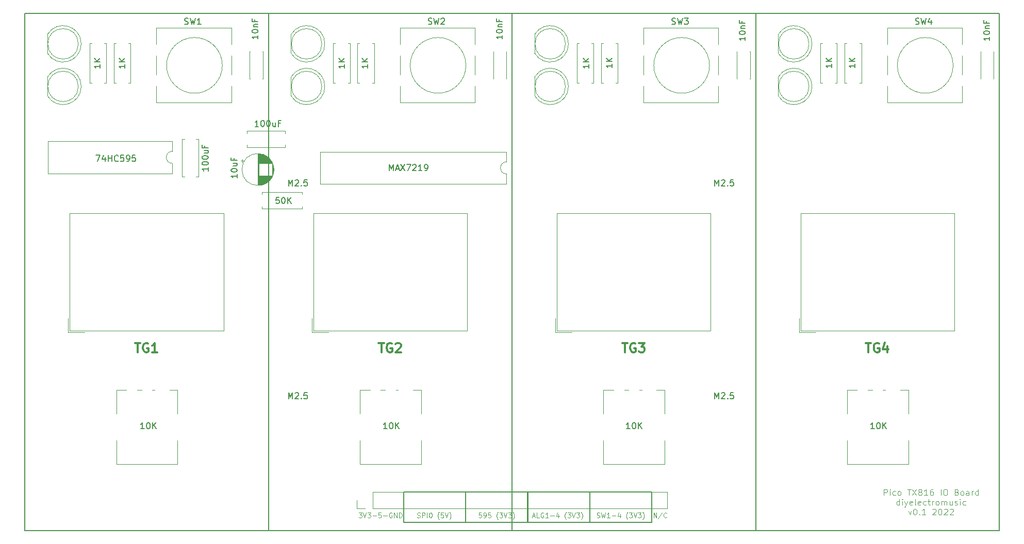
<source format=gbr>
%TF.GenerationSoftware,KiCad,Pcbnew,(6.0.5)*%
%TF.CreationDate,2022-12-29T11:20:52+00:00*%
%TF.ProjectId,PicoTX816-IOBoard,5069636f-5458-4383-9136-2d494f426f61,rev?*%
%TF.SameCoordinates,Original*%
%TF.FileFunction,Legend,Top*%
%TF.FilePolarity,Positive*%
%FSLAX46Y46*%
G04 Gerber Fmt 4.6, Leading zero omitted, Abs format (unit mm)*
G04 Created by KiCad (PCBNEW (6.0.5)) date 2022-12-29 11:20:52*
%MOMM*%
%LPD*%
G01*
G04 APERTURE LIST*
%ADD10C,0.150000*%
%ADD11C,0.300000*%
%ADD12C,0.100000*%
%ADD13C,0.120000*%
G04 APERTURE END LIST*
D10*
X95000000Y-15000000D02*
X135000000Y-15000000D01*
X135000000Y-15000000D02*
X135000000Y-100000000D01*
X135000000Y-100000000D02*
X95000000Y-100000000D01*
X95000000Y-100000000D02*
X95000000Y-15000000D01*
X15000000Y-15000000D02*
X55000000Y-15000000D01*
X55000000Y-15000000D02*
X55000000Y-100000000D01*
X55000000Y-100000000D02*
X15000000Y-100000000D01*
X15000000Y-100000000D02*
X15000000Y-15000000D01*
X107740000Y-93690000D02*
X117920000Y-93690000D01*
X117920000Y-93690000D02*
X117920000Y-98650000D01*
X117920000Y-98650000D02*
X107740000Y-98650000D01*
X107740000Y-98650000D02*
X107740000Y-93690000D01*
X135000000Y-15000000D02*
X175000000Y-15000000D01*
X175000000Y-15000000D02*
X175000000Y-100000000D01*
X175000000Y-100000000D02*
X135000000Y-100000000D01*
X135000000Y-100000000D02*
X135000000Y-15000000D01*
X77250000Y-93680000D02*
X87380000Y-93680000D01*
X87380000Y-93680000D02*
X87380000Y-98660000D01*
X87380000Y-98660000D02*
X77250000Y-98660000D01*
X77250000Y-98660000D02*
X77250000Y-93680000D01*
X87400000Y-93690000D02*
X97580000Y-93690000D01*
X97580000Y-93690000D02*
X97580000Y-98650000D01*
X97580000Y-98650000D02*
X87400000Y-98650000D01*
X87400000Y-98650000D02*
X87400000Y-93690000D01*
X55000000Y-15000000D02*
X95000000Y-15000000D01*
X95000000Y-15000000D02*
X95000000Y-100000000D01*
X95000000Y-100000000D02*
X55000000Y-100000000D01*
X55000000Y-100000000D02*
X55000000Y-15000000D01*
X97570000Y-93690000D02*
X107750000Y-93690000D01*
X107750000Y-93690000D02*
X107750000Y-98650000D01*
X107750000Y-98650000D02*
X97570000Y-98650000D01*
X97570000Y-98650000D02*
X97570000Y-93690000D01*
D11*
X33107142Y-69178571D02*
X33964285Y-69178571D01*
X33535714Y-70678571D02*
X33535714Y-69178571D01*
X35250000Y-69250000D02*
X35107142Y-69178571D01*
X34892857Y-69178571D01*
X34678571Y-69250000D01*
X34535714Y-69392857D01*
X34464285Y-69535714D01*
X34392857Y-69821428D01*
X34392857Y-70035714D01*
X34464285Y-70321428D01*
X34535714Y-70464285D01*
X34678571Y-70607142D01*
X34892857Y-70678571D01*
X35035714Y-70678571D01*
X35250000Y-70607142D01*
X35321428Y-70535714D01*
X35321428Y-70035714D01*
X35035714Y-70035714D01*
X36750000Y-70678571D02*
X35892857Y-70678571D01*
X36321428Y-70678571D02*
X36321428Y-69178571D01*
X36178571Y-69392857D01*
X36035714Y-69535714D01*
X35892857Y-69607142D01*
D12*
X98365714Y-97633333D02*
X98746666Y-97633333D01*
X98289523Y-97861904D02*
X98556190Y-97061904D01*
X98822857Y-97861904D01*
X99470476Y-97861904D02*
X99089523Y-97861904D01*
X99089523Y-97061904D01*
X100156190Y-97100000D02*
X100080000Y-97061904D01*
X99965714Y-97061904D01*
X99851428Y-97100000D01*
X99775238Y-97176190D01*
X99737142Y-97252380D01*
X99699047Y-97404761D01*
X99699047Y-97519047D01*
X99737142Y-97671428D01*
X99775238Y-97747619D01*
X99851428Y-97823809D01*
X99965714Y-97861904D01*
X100041904Y-97861904D01*
X100156190Y-97823809D01*
X100194285Y-97785714D01*
X100194285Y-97519047D01*
X100041904Y-97519047D01*
X100956190Y-97861904D02*
X100499047Y-97861904D01*
X100727619Y-97861904D02*
X100727619Y-97061904D01*
X100651428Y-97176190D01*
X100575238Y-97252380D01*
X100499047Y-97290476D01*
X101299047Y-97557142D02*
X101908571Y-97557142D01*
X102632380Y-97328571D02*
X102632380Y-97861904D01*
X102441904Y-97023809D02*
X102251428Y-97595238D01*
X102746666Y-97595238D01*
X103889523Y-98166666D02*
X103851428Y-98128571D01*
X103775238Y-98014285D01*
X103737142Y-97938095D01*
X103699047Y-97823809D01*
X103660952Y-97633333D01*
X103660952Y-97480952D01*
X103699047Y-97290476D01*
X103737142Y-97176190D01*
X103775238Y-97100000D01*
X103851428Y-96985714D01*
X103889523Y-96947619D01*
X104118095Y-97061904D02*
X104613333Y-97061904D01*
X104346666Y-97366666D01*
X104460952Y-97366666D01*
X104537142Y-97404761D01*
X104575238Y-97442857D01*
X104613333Y-97519047D01*
X104613333Y-97709523D01*
X104575238Y-97785714D01*
X104537142Y-97823809D01*
X104460952Y-97861904D01*
X104232380Y-97861904D01*
X104156190Y-97823809D01*
X104118095Y-97785714D01*
X104841904Y-97061904D02*
X105108571Y-97861904D01*
X105375238Y-97061904D01*
X105565714Y-97061904D02*
X106060952Y-97061904D01*
X105794285Y-97366666D01*
X105908571Y-97366666D01*
X105984761Y-97404761D01*
X106022857Y-97442857D01*
X106060952Y-97519047D01*
X106060952Y-97709523D01*
X106022857Y-97785714D01*
X105984761Y-97823809D01*
X105908571Y-97861904D01*
X105680000Y-97861904D01*
X105603809Y-97823809D01*
X105565714Y-97785714D01*
X106327619Y-98166666D02*
X106365714Y-98128571D01*
X106441904Y-98014285D01*
X106480000Y-97938095D01*
X106518095Y-97823809D01*
X106556190Y-97633333D01*
X106556190Y-97480952D01*
X106518095Y-97290476D01*
X106480000Y-97176190D01*
X106441904Y-97100000D01*
X106365714Y-96985714D01*
X106327619Y-96947619D01*
D11*
X153107142Y-69178571D02*
X153964285Y-69178571D01*
X153535714Y-70678571D02*
X153535714Y-69178571D01*
X155250000Y-69250000D02*
X155107142Y-69178571D01*
X154892857Y-69178571D01*
X154678571Y-69250000D01*
X154535714Y-69392857D01*
X154464285Y-69535714D01*
X154392857Y-69821428D01*
X154392857Y-70035714D01*
X154464285Y-70321428D01*
X154535714Y-70464285D01*
X154678571Y-70607142D01*
X154892857Y-70678571D01*
X155035714Y-70678571D01*
X155250000Y-70607142D01*
X155321428Y-70535714D01*
X155321428Y-70035714D01*
X155035714Y-70035714D01*
X156607142Y-69678571D02*
X156607142Y-70678571D01*
X156250000Y-69107142D02*
X155892857Y-70178571D01*
X156821428Y-70178571D01*
X113107142Y-69178571D02*
X113964285Y-69178571D01*
X113535714Y-70678571D02*
X113535714Y-69178571D01*
X115250000Y-69250000D02*
X115107142Y-69178571D01*
X114892857Y-69178571D01*
X114678571Y-69250000D01*
X114535714Y-69392857D01*
X114464285Y-69535714D01*
X114392857Y-69821428D01*
X114392857Y-70035714D01*
X114464285Y-70321428D01*
X114535714Y-70464285D01*
X114678571Y-70607142D01*
X114892857Y-70678571D01*
X115035714Y-70678571D01*
X115250000Y-70607142D01*
X115321428Y-70535714D01*
X115321428Y-70035714D01*
X115035714Y-70035714D01*
X115821428Y-69178571D02*
X116750000Y-69178571D01*
X116250000Y-69750000D01*
X116464285Y-69750000D01*
X116607142Y-69821428D01*
X116678571Y-69892857D01*
X116750000Y-70035714D01*
X116750000Y-70392857D01*
X116678571Y-70535714D01*
X116607142Y-70607142D01*
X116464285Y-70678571D01*
X116035714Y-70678571D01*
X115892857Y-70607142D01*
X115821428Y-70535714D01*
D12*
X79458095Y-97823809D02*
X79572380Y-97861904D01*
X79762857Y-97861904D01*
X79839047Y-97823809D01*
X79877142Y-97785714D01*
X79915238Y-97709523D01*
X79915238Y-97633333D01*
X79877142Y-97557142D01*
X79839047Y-97519047D01*
X79762857Y-97480952D01*
X79610476Y-97442857D01*
X79534285Y-97404761D01*
X79496190Y-97366666D01*
X79458095Y-97290476D01*
X79458095Y-97214285D01*
X79496190Y-97138095D01*
X79534285Y-97100000D01*
X79610476Y-97061904D01*
X79800952Y-97061904D01*
X79915238Y-97100000D01*
X80258095Y-97861904D02*
X80258095Y-97061904D01*
X80562857Y-97061904D01*
X80639047Y-97100000D01*
X80677142Y-97138095D01*
X80715238Y-97214285D01*
X80715238Y-97328571D01*
X80677142Y-97404761D01*
X80639047Y-97442857D01*
X80562857Y-97480952D01*
X80258095Y-97480952D01*
X81058095Y-97861904D02*
X81058095Y-97061904D01*
X81591428Y-97061904D02*
X81667619Y-97061904D01*
X81743809Y-97100000D01*
X81781904Y-97138095D01*
X81820000Y-97214285D01*
X81858095Y-97366666D01*
X81858095Y-97557142D01*
X81820000Y-97709523D01*
X81781904Y-97785714D01*
X81743809Y-97823809D01*
X81667619Y-97861904D01*
X81591428Y-97861904D01*
X81515238Y-97823809D01*
X81477142Y-97785714D01*
X81439047Y-97709523D01*
X81400952Y-97557142D01*
X81400952Y-97366666D01*
X81439047Y-97214285D01*
X81477142Y-97138095D01*
X81515238Y-97100000D01*
X81591428Y-97061904D01*
X83039047Y-98166666D02*
X83000952Y-98128571D01*
X82924761Y-98014285D01*
X82886666Y-97938095D01*
X82848571Y-97823809D01*
X82810476Y-97633333D01*
X82810476Y-97480952D01*
X82848571Y-97290476D01*
X82886666Y-97176190D01*
X82924761Y-97100000D01*
X83000952Y-96985714D01*
X83039047Y-96947619D01*
X83724761Y-97061904D02*
X83343809Y-97061904D01*
X83305714Y-97442857D01*
X83343809Y-97404761D01*
X83420000Y-97366666D01*
X83610476Y-97366666D01*
X83686666Y-97404761D01*
X83724761Y-97442857D01*
X83762857Y-97519047D01*
X83762857Y-97709523D01*
X83724761Y-97785714D01*
X83686666Y-97823809D01*
X83610476Y-97861904D01*
X83420000Y-97861904D01*
X83343809Y-97823809D01*
X83305714Y-97785714D01*
X83991428Y-97061904D02*
X84258095Y-97861904D01*
X84524761Y-97061904D01*
X84715238Y-98166666D02*
X84753333Y-98128571D01*
X84829523Y-98014285D01*
X84867619Y-97938095D01*
X84905714Y-97823809D01*
X84943809Y-97633333D01*
X84943809Y-97480952D01*
X84905714Y-97290476D01*
X84867619Y-97176190D01*
X84829523Y-97100000D01*
X84753333Y-96985714D01*
X84715238Y-96947619D01*
X118252380Y-97861904D02*
X118252380Y-97061904D01*
X118709523Y-97861904D01*
X118709523Y-97061904D01*
X119661904Y-97023809D02*
X118976190Y-98052380D01*
X120385714Y-97785714D02*
X120347619Y-97823809D01*
X120233333Y-97861904D01*
X120157142Y-97861904D01*
X120042857Y-97823809D01*
X119966666Y-97747619D01*
X119928571Y-97671428D01*
X119890476Y-97519047D01*
X119890476Y-97404761D01*
X119928571Y-97252380D01*
X119966666Y-97176190D01*
X120042857Y-97100000D01*
X120157142Y-97061904D01*
X120233333Y-97061904D01*
X120347619Y-97100000D01*
X120385714Y-97138095D01*
X69819047Y-97061904D02*
X70314285Y-97061904D01*
X70047619Y-97366666D01*
X70161904Y-97366666D01*
X70238095Y-97404761D01*
X70276190Y-97442857D01*
X70314285Y-97519047D01*
X70314285Y-97709523D01*
X70276190Y-97785714D01*
X70238095Y-97823809D01*
X70161904Y-97861904D01*
X69933333Y-97861904D01*
X69857142Y-97823809D01*
X69819047Y-97785714D01*
X70542857Y-97061904D02*
X70809523Y-97861904D01*
X71076190Y-97061904D01*
X71266666Y-97061904D02*
X71761904Y-97061904D01*
X71495238Y-97366666D01*
X71609523Y-97366666D01*
X71685714Y-97404761D01*
X71723809Y-97442857D01*
X71761904Y-97519047D01*
X71761904Y-97709523D01*
X71723809Y-97785714D01*
X71685714Y-97823809D01*
X71609523Y-97861904D01*
X71380952Y-97861904D01*
X71304761Y-97823809D01*
X71266666Y-97785714D01*
X72104761Y-97557142D02*
X72714285Y-97557142D01*
X73476190Y-97061904D02*
X73095238Y-97061904D01*
X73057142Y-97442857D01*
X73095238Y-97404761D01*
X73171428Y-97366666D01*
X73361904Y-97366666D01*
X73438095Y-97404761D01*
X73476190Y-97442857D01*
X73514285Y-97519047D01*
X73514285Y-97709523D01*
X73476190Y-97785714D01*
X73438095Y-97823809D01*
X73361904Y-97861904D01*
X73171428Y-97861904D01*
X73095238Y-97823809D01*
X73057142Y-97785714D01*
X73857142Y-97557142D02*
X74466666Y-97557142D01*
X75266666Y-97100000D02*
X75190476Y-97061904D01*
X75076190Y-97061904D01*
X74961904Y-97100000D01*
X74885714Y-97176190D01*
X74847619Y-97252380D01*
X74809523Y-97404761D01*
X74809523Y-97519047D01*
X74847619Y-97671428D01*
X74885714Y-97747619D01*
X74961904Y-97823809D01*
X75076190Y-97861904D01*
X75152380Y-97861904D01*
X75266666Y-97823809D01*
X75304761Y-97785714D01*
X75304761Y-97519047D01*
X75152380Y-97519047D01*
X75647619Y-97861904D02*
X75647619Y-97061904D01*
X76104761Y-97861904D01*
X76104761Y-97061904D01*
X76485714Y-97861904D02*
X76485714Y-97061904D01*
X76676190Y-97061904D01*
X76790476Y-97100000D01*
X76866666Y-97176190D01*
X76904761Y-97252380D01*
X76942857Y-97404761D01*
X76942857Y-97519047D01*
X76904761Y-97671428D01*
X76866666Y-97747619D01*
X76790476Y-97823809D01*
X76676190Y-97861904D01*
X76485714Y-97861904D01*
X89955714Y-97061904D02*
X89574761Y-97061904D01*
X89536666Y-97442857D01*
X89574761Y-97404761D01*
X89650952Y-97366666D01*
X89841428Y-97366666D01*
X89917619Y-97404761D01*
X89955714Y-97442857D01*
X89993809Y-97519047D01*
X89993809Y-97709523D01*
X89955714Y-97785714D01*
X89917619Y-97823809D01*
X89841428Y-97861904D01*
X89650952Y-97861904D01*
X89574761Y-97823809D01*
X89536666Y-97785714D01*
X90374761Y-97861904D02*
X90527142Y-97861904D01*
X90603333Y-97823809D01*
X90641428Y-97785714D01*
X90717619Y-97671428D01*
X90755714Y-97519047D01*
X90755714Y-97214285D01*
X90717619Y-97138095D01*
X90679523Y-97100000D01*
X90603333Y-97061904D01*
X90450952Y-97061904D01*
X90374761Y-97100000D01*
X90336666Y-97138095D01*
X90298571Y-97214285D01*
X90298571Y-97404761D01*
X90336666Y-97480952D01*
X90374761Y-97519047D01*
X90450952Y-97557142D01*
X90603333Y-97557142D01*
X90679523Y-97519047D01*
X90717619Y-97480952D01*
X90755714Y-97404761D01*
X91479523Y-97061904D02*
X91098571Y-97061904D01*
X91060476Y-97442857D01*
X91098571Y-97404761D01*
X91174761Y-97366666D01*
X91365238Y-97366666D01*
X91441428Y-97404761D01*
X91479523Y-97442857D01*
X91517619Y-97519047D01*
X91517619Y-97709523D01*
X91479523Y-97785714D01*
X91441428Y-97823809D01*
X91365238Y-97861904D01*
X91174761Y-97861904D01*
X91098571Y-97823809D01*
X91060476Y-97785714D01*
X92698571Y-98166666D02*
X92660476Y-98128571D01*
X92584285Y-98014285D01*
X92546190Y-97938095D01*
X92508095Y-97823809D01*
X92470000Y-97633333D01*
X92470000Y-97480952D01*
X92508095Y-97290476D01*
X92546190Y-97176190D01*
X92584285Y-97100000D01*
X92660476Y-96985714D01*
X92698571Y-96947619D01*
X92927142Y-97061904D02*
X93422380Y-97061904D01*
X93155714Y-97366666D01*
X93270000Y-97366666D01*
X93346190Y-97404761D01*
X93384285Y-97442857D01*
X93422380Y-97519047D01*
X93422380Y-97709523D01*
X93384285Y-97785714D01*
X93346190Y-97823809D01*
X93270000Y-97861904D01*
X93041428Y-97861904D01*
X92965238Y-97823809D01*
X92927142Y-97785714D01*
X93650952Y-97061904D02*
X93917619Y-97861904D01*
X94184285Y-97061904D01*
X94374761Y-97061904D02*
X94870000Y-97061904D01*
X94603333Y-97366666D01*
X94717619Y-97366666D01*
X94793809Y-97404761D01*
X94831904Y-97442857D01*
X94870000Y-97519047D01*
X94870000Y-97709523D01*
X94831904Y-97785714D01*
X94793809Y-97823809D01*
X94717619Y-97861904D01*
X94489047Y-97861904D01*
X94412857Y-97823809D01*
X94374761Y-97785714D01*
X95136666Y-98166666D02*
X95174761Y-98128571D01*
X95250952Y-98014285D01*
X95289047Y-97938095D01*
X95327142Y-97823809D01*
X95365238Y-97633333D01*
X95365238Y-97480952D01*
X95327142Y-97290476D01*
X95289047Y-97176190D01*
X95250952Y-97100000D01*
X95174761Y-96985714D01*
X95136666Y-96947619D01*
X156061904Y-94192380D02*
X156061904Y-93192380D01*
X156442857Y-93192380D01*
X156538095Y-93240000D01*
X156585714Y-93287619D01*
X156633333Y-93382857D01*
X156633333Y-93525714D01*
X156585714Y-93620952D01*
X156538095Y-93668571D01*
X156442857Y-93716190D01*
X156061904Y-93716190D01*
X157061904Y-94192380D02*
X157061904Y-93525714D01*
X157061904Y-93192380D02*
X157014285Y-93240000D01*
X157061904Y-93287619D01*
X157109523Y-93240000D01*
X157061904Y-93192380D01*
X157061904Y-93287619D01*
X157966666Y-94144761D02*
X157871428Y-94192380D01*
X157680952Y-94192380D01*
X157585714Y-94144761D01*
X157538095Y-94097142D01*
X157490476Y-94001904D01*
X157490476Y-93716190D01*
X157538095Y-93620952D01*
X157585714Y-93573333D01*
X157680952Y-93525714D01*
X157871428Y-93525714D01*
X157966666Y-93573333D01*
X158538095Y-94192380D02*
X158442857Y-94144761D01*
X158395238Y-94097142D01*
X158347619Y-94001904D01*
X158347619Y-93716190D01*
X158395238Y-93620952D01*
X158442857Y-93573333D01*
X158538095Y-93525714D01*
X158680952Y-93525714D01*
X158776190Y-93573333D01*
X158823809Y-93620952D01*
X158871428Y-93716190D01*
X158871428Y-94001904D01*
X158823809Y-94097142D01*
X158776190Y-94144761D01*
X158680952Y-94192380D01*
X158538095Y-94192380D01*
X159919047Y-93192380D02*
X160490476Y-93192380D01*
X160204761Y-94192380D02*
X160204761Y-93192380D01*
X160728571Y-93192380D02*
X161395238Y-94192380D01*
X161395238Y-93192380D02*
X160728571Y-94192380D01*
X161919047Y-93620952D02*
X161823809Y-93573333D01*
X161776190Y-93525714D01*
X161728571Y-93430476D01*
X161728571Y-93382857D01*
X161776190Y-93287619D01*
X161823809Y-93240000D01*
X161919047Y-93192380D01*
X162109523Y-93192380D01*
X162204761Y-93240000D01*
X162252380Y-93287619D01*
X162300000Y-93382857D01*
X162300000Y-93430476D01*
X162252380Y-93525714D01*
X162204761Y-93573333D01*
X162109523Y-93620952D01*
X161919047Y-93620952D01*
X161823809Y-93668571D01*
X161776190Y-93716190D01*
X161728571Y-93811428D01*
X161728571Y-94001904D01*
X161776190Y-94097142D01*
X161823809Y-94144761D01*
X161919047Y-94192380D01*
X162109523Y-94192380D01*
X162204761Y-94144761D01*
X162252380Y-94097142D01*
X162300000Y-94001904D01*
X162300000Y-93811428D01*
X162252380Y-93716190D01*
X162204761Y-93668571D01*
X162109523Y-93620952D01*
X163252380Y-94192380D02*
X162680952Y-94192380D01*
X162966666Y-94192380D02*
X162966666Y-93192380D01*
X162871428Y-93335238D01*
X162776190Y-93430476D01*
X162680952Y-93478095D01*
X164109523Y-93192380D02*
X163919047Y-93192380D01*
X163823809Y-93240000D01*
X163776190Y-93287619D01*
X163680952Y-93430476D01*
X163633333Y-93620952D01*
X163633333Y-94001904D01*
X163680952Y-94097142D01*
X163728571Y-94144761D01*
X163823809Y-94192380D01*
X164014285Y-94192380D01*
X164109523Y-94144761D01*
X164157142Y-94097142D01*
X164204761Y-94001904D01*
X164204761Y-93763809D01*
X164157142Y-93668571D01*
X164109523Y-93620952D01*
X164014285Y-93573333D01*
X163823809Y-93573333D01*
X163728571Y-93620952D01*
X163680952Y-93668571D01*
X163633333Y-93763809D01*
X165395238Y-94192380D02*
X165395238Y-93192380D01*
X166061904Y-93192380D02*
X166252380Y-93192380D01*
X166347619Y-93240000D01*
X166442857Y-93335238D01*
X166490476Y-93525714D01*
X166490476Y-93859047D01*
X166442857Y-94049523D01*
X166347619Y-94144761D01*
X166252380Y-94192380D01*
X166061904Y-94192380D01*
X165966666Y-94144761D01*
X165871428Y-94049523D01*
X165823809Y-93859047D01*
X165823809Y-93525714D01*
X165871428Y-93335238D01*
X165966666Y-93240000D01*
X166061904Y-93192380D01*
X168014285Y-93668571D02*
X168157142Y-93716190D01*
X168204761Y-93763809D01*
X168252380Y-93859047D01*
X168252380Y-94001904D01*
X168204761Y-94097142D01*
X168157142Y-94144761D01*
X168061904Y-94192380D01*
X167680952Y-94192380D01*
X167680952Y-93192380D01*
X168014285Y-93192380D01*
X168109523Y-93240000D01*
X168157142Y-93287619D01*
X168204761Y-93382857D01*
X168204761Y-93478095D01*
X168157142Y-93573333D01*
X168109523Y-93620952D01*
X168014285Y-93668571D01*
X167680952Y-93668571D01*
X168823809Y-94192380D02*
X168728571Y-94144761D01*
X168680952Y-94097142D01*
X168633333Y-94001904D01*
X168633333Y-93716190D01*
X168680952Y-93620952D01*
X168728571Y-93573333D01*
X168823809Y-93525714D01*
X168966666Y-93525714D01*
X169061904Y-93573333D01*
X169109523Y-93620952D01*
X169157142Y-93716190D01*
X169157142Y-94001904D01*
X169109523Y-94097142D01*
X169061904Y-94144761D01*
X168966666Y-94192380D01*
X168823809Y-94192380D01*
X170014285Y-94192380D02*
X170014285Y-93668571D01*
X169966666Y-93573333D01*
X169871428Y-93525714D01*
X169680952Y-93525714D01*
X169585714Y-93573333D01*
X170014285Y-94144761D02*
X169919047Y-94192380D01*
X169680952Y-94192380D01*
X169585714Y-94144761D01*
X169538095Y-94049523D01*
X169538095Y-93954285D01*
X169585714Y-93859047D01*
X169680952Y-93811428D01*
X169919047Y-93811428D01*
X170014285Y-93763809D01*
X170490476Y-94192380D02*
X170490476Y-93525714D01*
X170490476Y-93716190D02*
X170538095Y-93620952D01*
X170585714Y-93573333D01*
X170680952Y-93525714D01*
X170776190Y-93525714D01*
X171538095Y-94192380D02*
X171538095Y-93192380D01*
X171538095Y-94144761D02*
X171442857Y-94192380D01*
X171252380Y-94192380D01*
X171157142Y-94144761D01*
X171109523Y-94097142D01*
X171061904Y-94001904D01*
X171061904Y-93716190D01*
X171109523Y-93620952D01*
X171157142Y-93573333D01*
X171252380Y-93525714D01*
X171442857Y-93525714D01*
X171538095Y-93573333D01*
X158609523Y-95802380D02*
X158609523Y-94802380D01*
X158609523Y-95754761D02*
X158514285Y-95802380D01*
X158323809Y-95802380D01*
X158228571Y-95754761D01*
X158180952Y-95707142D01*
X158133333Y-95611904D01*
X158133333Y-95326190D01*
X158180952Y-95230952D01*
X158228571Y-95183333D01*
X158323809Y-95135714D01*
X158514285Y-95135714D01*
X158609523Y-95183333D01*
X159085714Y-95802380D02*
X159085714Y-95135714D01*
X159085714Y-94802380D02*
X159038095Y-94850000D01*
X159085714Y-94897619D01*
X159133333Y-94850000D01*
X159085714Y-94802380D01*
X159085714Y-94897619D01*
X159466666Y-95135714D02*
X159704761Y-95802380D01*
X159942857Y-95135714D02*
X159704761Y-95802380D01*
X159609523Y-96040476D01*
X159561904Y-96088095D01*
X159466666Y-96135714D01*
X160704761Y-95754761D02*
X160609523Y-95802380D01*
X160419047Y-95802380D01*
X160323809Y-95754761D01*
X160276190Y-95659523D01*
X160276190Y-95278571D01*
X160323809Y-95183333D01*
X160419047Y-95135714D01*
X160609523Y-95135714D01*
X160704761Y-95183333D01*
X160752380Y-95278571D01*
X160752380Y-95373809D01*
X160276190Y-95469047D01*
X161323809Y-95802380D02*
X161228571Y-95754761D01*
X161180952Y-95659523D01*
X161180952Y-94802380D01*
X162085714Y-95754761D02*
X161990476Y-95802380D01*
X161800000Y-95802380D01*
X161704761Y-95754761D01*
X161657142Y-95659523D01*
X161657142Y-95278571D01*
X161704761Y-95183333D01*
X161800000Y-95135714D01*
X161990476Y-95135714D01*
X162085714Y-95183333D01*
X162133333Y-95278571D01*
X162133333Y-95373809D01*
X161657142Y-95469047D01*
X162990476Y-95754761D02*
X162895238Y-95802380D01*
X162704761Y-95802380D01*
X162609523Y-95754761D01*
X162561904Y-95707142D01*
X162514285Y-95611904D01*
X162514285Y-95326190D01*
X162561904Y-95230952D01*
X162609523Y-95183333D01*
X162704761Y-95135714D01*
X162895238Y-95135714D01*
X162990476Y-95183333D01*
X163276190Y-95135714D02*
X163657142Y-95135714D01*
X163419047Y-94802380D02*
X163419047Y-95659523D01*
X163466666Y-95754761D01*
X163561904Y-95802380D01*
X163657142Y-95802380D01*
X163990476Y-95802380D02*
X163990476Y-95135714D01*
X163990476Y-95326190D02*
X164038095Y-95230952D01*
X164085714Y-95183333D01*
X164180952Y-95135714D01*
X164276190Y-95135714D01*
X164752380Y-95802380D02*
X164657142Y-95754761D01*
X164609523Y-95707142D01*
X164561904Y-95611904D01*
X164561904Y-95326190D01*
X164609523Y-95230952D01*
X164657142Y-95183333D01*
X164752380Y-95135714D01*
X164895238Y-95135714D01*
X164990476Y-95183333D01*
X165038095Y-95230952D01*
X165085714Y-95326190D01*
X165085714Y-95611904D01*
X165038095Y-95707142D01*
X164990476Y-95754761D01*
X164895238Y-95802380D01*
X164752380Y-95802380D01*
X165514285Y-95802380D02*
X165514285Y-95135714D01*
X165514285Y-95230952D02*
X165561904Y-95183333D01*
X165657142Y-95135714D01*
X165800000Y-95135714D01*
X165895238Y-95183333D01*
X165942857Y-95278571D01*
X165942857Y-95802380D01*
X165942857Y-95278571D02*
X165990476Y-95183333D01*
X166085714Y-95135714D01*
X166228571Y-95135714D01*
X166323809Y-95183333D01*
X166371428Y-95278571D01*
X166371428Y-95802380D01*
X167276190Y-95135714D02*
X167276190Y-95802380D01*
X166847619Y-95135714D02*
X166847619Y-95659523D01*
X166895238Y-95754761D01*
X166990476Y-95802380D01*
X167133333Y-95802380D01*
X167228571Y-95754761D01*
X167276190Y-95707142D01*
X167704761Y-95754761D02*
X167800000Y-95802380D01*
X167990476Y-95802380D01*
X168085714Y-95754761D01*
X168133333Y-95659523D01*
X168133333Y-95611904D01*
X168085714Y-95516666D01*
X167990476Y-95469047D01*
X167847619Y-95469047D01*
X167752380Y-95421428D01*
X167704761Y-95326190D01*
X167704761Y-95278571D01*
X167752380Y-95183333D01*
X167847619Y-95135714D01*
X167990476Y-95135714D01*
X168085714Y-95183333D01*
X168561904Y-95802380D02*
X168561904Y-95135714D01*
X168561904Y-94802380D02*
X168514285Y-94850000D01*
X168561904Y-94897619D01*
X168609523Y-94850000D01*
X168561904Y-94802380D01*
X168561904Y-94897619D01*
X169466666Y-95754761D02*
X169371428Y-95802380D01*
X169180952Y-95802380D01*
X169085714Y-95754761D01*
X169038095Y-95707142D01*
X168990476Y-95611904D01*
X168990476Y-95326190D01*
X169038095Y-95230952D01*
X169085714Y-95183333D01*
X169180952Y-95135714D01*
X169371428Y-95135714D01*
X169466666Y-95183333D01*
X160085714Y-96745714D02*
X160323809Y-97412380D01*
X160561904Y-96745714D01*
X161133333Y-96412380D02*
X161228571Y-96412380D01*
X161323809Y-96460000D01*
X161371428Y-96507619D01*
X161419047Y-96602857D01*
X161466666Y-96793333D01*
X161466666Y-97031428D01*
X161419047Y-97221904D01*
X161371428Y-97317142D01*
X161323809Y-97364761D01*
X161228571Y-97412380D01*
X161133333Y-97412380D01*
X161038095Y-97364761D01*
X160990476Y-97317142D01*
X160942857Y-97221904D01*
X160895238Y-97031428D01*
X160895238Y-96793333D01*
X160942857Y-96602857D01*
X160990476Y-96507619D01*
X161038095Y-96460000D01*
X161133333Y-96412380D01*
X161895238Y-97317142D02*
X161942857Y-97364761D01*
X161895238Y-97412380D01*
X161847619Y-97364761D01*
X161895238Y-97317142D01*
X161895238Y-97412380D01*
X162895238Y-97412380D02*
X162323809Y-97412380D01*
X162609523Y-97412380D02*
X162609523Y-96412380D01*
X162514285Y-96555238D01*
X162419047Y-96650476D01*
X162323809Y-96698095D01*
X164038095Y-96507619D02*
X164085714Y-96460000D01*
X164180952Y-96412380D01*
X164419047Y-96412380D01*
X164514285Y-96460000D01*
X164561904Y-96507619D01*
X164609523Y-96602857D01*
X164609523Y-96698095D01*
X164561904Y-96840952D01*
X163990476Y-97412380D01*
X164609523Y-97412380D01*
X165228571Y-96412380D02*
X165323809Y-96412380D01*
X165419047Y-96460000D01*
X165466666Y-96507619D01*
X165514285Y-96602857D01*
X165561904Y-96793333D01*
X165561904Y-97031428D01*
X165514285Y-97221904D01*
X165466666Y-97317142D01*
X165419047Y-97364761D01*
X165323809Y-97412380D01*
X165228571Y-97412380D01*
X165133333Y-97364761D01*
X165085714Y-97317142D01*
X165038095Y-97221904D01*
X164990476Y-97031428D01*
X164990476Y-96793333D01*
X165038095Y-96602857D01*
X165085714Y-96507619D01*
X165133333Y-96460000D01*
X165228571Y-96412380D01*
X165942857Y-96507619D02*
X165990476Y-96460000D01*
X166085714Y-96412380D01*
X166323809Y-96412380D01*
X166419047Y-96460000D01*
X166466666Y-96507619D01*
X166514285Y-96602857D01*
X166514285Y-96698095D01*
X166466666Y-96840952D01*
X165895238Y-97412380D01*
X166514285Y-97412380D01*
X166895238Y-96507619D02*
X166942857Y-96460000D01*
X167038095Y-96412380D01*
X167276190Y-96412380D01*
X167371428Y-96460000D01*
X167419047Y-96507619D01*
X167466666Y-96602857D01*
X167466666Y-96698095D01*
X167419047Y-96840952D01*
X166847619Y-97412380D01*
X167466666Y-97412380D01*
X108934285Y-97823809D02*
X109048571Y-97861904D01*
X109239047Y-97861904D01*
X109315238Y-97823809D01*
X109353333Y-97785714D01*
X109391428Y-97709523D01*
X109391428Y-97633333D01*
X109353333Y-97557142D01*
X109315238Y-97519047D01*
X109239047Y-97480952D01*
X109086666Y-97442857D01*
X109010476Y-97404761D01*
X108972380Y-97366666D01*
X108934285Y-97290476D01*
X108934285Y-97214285D01*
X108972380Y-97138095D01*
X109010476Y-97100000D01*
X109086666Y-97061904D01*
X109277142Y-97061904D01*
X109391428Y-97100000D01*
X109658095Y-97061904D02*
X109848571Y-97861904D01*
X110000952Y-97290476D01*
X110153333Y-97861904D01*
X110343809Y-97061904D01*
X111067619Y-97861904D02*
X110610476Y-97861904D01*
X110839047Y-97861904D02*
X110839047Y-97061904D01*
X110762857Y-97176190D01*
X110686666Y-97252380D01*
X110610476Y-97290476D01*
X111410476Y-97557142D02*
X112020000Y-97557142D01*
X112743809Y-97328571D02*
X112743809Y-97861904D01*
X112553333Y-97023809D02*
X112362857Y-97595238D01*
X112858095Y-97595238D01*
X114000952Y-98166666D02*
X113962857Y-98128571D01*
X113886666Y-98014285D01*
X113848571Y-97938095D01*
X113810476Y-97823809D01*
X113772380Y-97633333D01*
X113772380Y-97480952D01*
X113810476Y-97290476D01*
X113848571Y-97176190D01*
X113886666Y-97100000D01*
X113962857Y-96985714D01*
X114000952Y-96947619D01*
X114229523Y-97061904D02*
X114724761Y-97061904D01*
X114458095Y-97366666D01*
X114572380Y-97366666D01*
X114648571Y-97404761D01*
X114686666Y-97442857D01*
X114724761Y-97519047D01*
X114724761Y-97709523D01*
X114686666Y-97785714D01*
X114648571Y-97823809D01*
X114572380Y-97861904D01*
X114343809Y-97861904D01*
X114267619Y-97823809D01*
X114229523Y-97785714D01*
X114953333Y-97061904D02*
X115220000Y-97861904D01*
X115486666Y-97061904D01*
X115677142Y-97061904D02*
X116172380Y-97061904D01*
X115905714Y-97366666D01*
X116020000Y-97366666D01*
X116096190Y-97404761D01*
X116134285Y-97442857D01*
X116172380Y-97519047D01*
X116172380Y-97709523D01*
X116134285Y-97785714D01*
X116096190Y-97823809D01*
X116020000Y-97861904D01*
X115791428Y-97861904D01*
X115715238Y-97823809D01*
X115677142Y-97785714D01*
X116439047Y-98166666D02*
X116477142Y-98128571D01*
X116553333Y-98014285D01*
X116591428Y-97938095D01*
X116629523Y-97823809D01*
X116667619Y-97633333D01*
X116667619Y-97480952D01*
X116629523Y-97290476D01*
X116591428Y-97176190D01*
X116553333Y-97100000D01*
X116477142Y-96985714D01*
X116439047Y-96947619D01*
D11*
X73107142Y-69178571D02*
X73964285Y-69178571D01*
X73535714Y-70678571D02*
X73535714Y-69178571D01*
X75250000Y-69250000D02*
X75107142Y-69178571D01*
X74892857Y-69178571D01*
X74678571Y-69250000D01*
X74535714Y-69392857D01*
X74464285Y-69535714D01*
X74392857Y-69821428D01*
X74392857Y-70035714D01*
X74464285Y-70321428D01*
X74535714Y-70464285D01*
X74678571Y-70607142D01*
X74892857Y-70678571D01*
X75035714Y-70678571D01*
X75250000Y-70607142D01*
X75321428Y-70535714D01*
X75321428Y-70035714D01*
X75035714Y-70035714D01*
X75892857Y-69321428D02*
X75964285Y-69250000D01*
X76107142Y-69178571D01*
X76464285Y-69178571D01*
X76607142Y-69250000D01*
X76678571Y-69321428D01*
X76750000Y-69464285D01*
X76750000Y-69607142D01*
X76678571Y-69821428D01*
X75821428Y-70678571D01*
X76750000Y-70678571D01*
D10*
%TO.C,C2*%
X93416380Y-18597428D02*
X93416380Y-19168857D01*
X93416380Y-18883142D02*
X92416380Y-18883142D01*
X92559238Y-18978380D01*
X92654476Y-19073619D01*
X92702095Y-19168857D01*
X92416380Y-17978380D02*
X92416380Y-17883142D01*
X92464000Y-17787904D01*
X92511619Y-17740285D01*
X92606857Y-17692666D01*
X92797333Y-17645047D01*
X93035428Y-17645047D01*
X93225904Y-17692666D01*
X93321142Y-17740285D01*
X93368761Y-17787904D01*
X93416380Y-17883142D01*
X93416380Y-17978380D01*
X93368761Y-18073619D01*
X93321142Y-18121238D01*
X93225904Y-18168857D01*
X93035428Y-18216476D01*
X92797333Y-18216476D01*
X92606857Y-18168857D01*
X92511619Y-18121238D01*
X92464000Y-18073619D01*
X92416380Y-17978380D01*
X92749714Y-17216476D02*
X93416380Y-17216476D01*
X92844952Y-17216476D02*
X92797333Y-17168857D01*
X92749714Y-17073619D01*
X92749714Y-16930761D01*
X92797333Y-16835523D01*
X92892571Y-16787904D01*
X93416380Y-16787904D01*
X92892571Y-15978380D02*
X92892571Y-16311714D01*
X93416380Y-16311714D02*
X92416380Y-16311714D01*
X92416380Y-15835523D01*
%TO.C,C6*%
X53372380Y-33582380D02*
X52800952Y-33582380D01*
X53086666Y-33582380D02*
X53086666Y-32582380D01*
X52991428Y-32725238D01*
X52896190Y-32820476D01*
X52800952Y-32868095D01*
X53991428Y-32582380D02*
X54086666Y-32582380D01*
X54181904Y-32630000D01*
X54229523Y-32677619D01*
X54277142Y-32772857D01*
X54324761Y-32963333D01*
X54324761Y-33201428D01*
X54277142Y-33391904D01*
X54229523Y-33487142D01*
X54181904Y-33534761D01*
X54086666Y-33582380D01*
X53991428Y-33582380D01*
X53896190Y-33534761D01*
X53848571Y-33487142D01*
X53800952Y-33391904D01*
X53753333Y-33201428D01*
X53753333Y-32963333D01*
X53800952Y-32772857D01*
X53848571Y-32677619D01*
X53896190Y-32630000D01*
X53991428Y-32582380D01*
X54943809Y-32582380D02*
X55039047Y-32582380D01*
X55134285Y-32630000D01*
X55181904Y-32677619D01*
X55229523Y-32772857D01*
X55277142Y-32963333D01*
X55277142Y-33201428D01*
X55229523Y-33391904D01*
X55181904Y-33487142D01*
X55134285Y-33534761D01*
X55039047Y-33582380D01*
X54943809Y-33582380D01*
X54848571Y-33534761D01*
X54800952Y-33487142D01*
X54753333Y-33391904D01*
X54705714Y-33201428D01*
X54705714Y-32963333D01*
X54753333Y-32772857D01*
X54800952Y-32677619D01*
X54848571Y-32630000D01*
X54943809Y-32582380D01*
X56134285Y-32915714D02*
X56134285Y-33582380D01*
X55705714Y-32915714D02*
X55705714Y-33439523D01*
X55753333Y-33534761D01*
X55848571Y-33582380D01*
X55991428Y-33582380D01*
X56086666Y-33534761D01*
X56134285Y-33487142D01*
X56943809Y-33058571D02*
X56610476Y-33058571D01*
X56610476Y-33582380D02*
X56610476Y-32582380D01*
X57086666Y-32582380D01*
%TO.C,MK3*%
X58296190Y-78342380D02*
X58296190Y-77342380D01*
X58629523Y-78056666D01*
X58962857Y-77342380D01*
X58962857Y-78342380D01*
X59391428Y-77437619D02*
X59439047Y-77390000D01*
X59534285Y-77342380D01*
X59772380Y-77342380D01*
X59867619Y-77390000D01*
X59915238Y-77437619D01*
X59962857Y-77532857D01*
X59962857Y-77628095D01*
X59915238Y-77770952D01*
X59343809Y-78342380D01*
X59962857Y-78342380D01*
X60391428Y-78247142D02*
X60439047Y-78294761D01*
X60391428Y-78342380D01*
X60343809Y-78294761D01*
X60391428Y-78247142D01*
X60391428Y-78342380D01*
X61343809Y-77342380D02*
X60867619Y-77342380D01*
X60820000Y-77818571D01*
X60867619Y-77770952D01*
X60962857Y-77723333D01*
X61200952Y-77723333D01*
X61296190Y-77770952D01*
X61343809Y-77818571D01*
X61391428Y-77913809D01*
X61391428Y-78151904D01*
X61343809Y-78247142D01*
X61296190Y-78294761D01*
X61200952Y-78342380D01*
X60962857Y-78342380D01*
X60867619Y-78294761D01*
X60820000Y-78247142D01*
%TO.C,RV3*%
X114371523Y-83256380D02*
X113800095Y-83256380D01*
X114085809Y-83256380D02*
X114085809Y-82256380D01*
X113990571Y-82399238D01*
X113895333Y-82494476D01*
X113800095Y-82542095D01*
X114990571Y-82256380D02*
X115085809Y-82256380D01*
X115181047Y-82304000D01*
X115228666Y-82351619D01*
X115276285Y-82446857D01*
X115323904Y-82637333D01*
X115323904Y-82875428D01*
X115276285Y-83065904D01*
X115228666Y-83161142D01*
X115181047Y-83208761D01*
X115085809Y-83256380D01*
X114990571Y-83256380D01*
X114895333Y-83208761D01*
X114847714Y-83161142D01*
X114800095Y-83065904D01*
X114752476Y-82875428D01*
X114752476Y-82637333D01*
X114800095Y-82446857D01*
X114847714Y-82351619D01*
X114895333Y-82304000D01*
X114990571Y-82256380D01*
X115752476Y-83256380D02*
X115752476Y-82256380D01*
X116323904Y-83256380D02*
X115895333Y-82684952D01*
X116323904Y-82256380D02*
X115752476Y-82827809D01*
%TO.C,U4*%
X26710095Y-38314380D02*
X27376761Y-38314380D01*
X26948190Y-39314380D01*
X28186285Y-38647714D02*
X28186285Y-39314380D01*
X27948190Y-38266761D02*
X27710095Y-38981047D01*
X28329142Y-38981047D01*
X28710095Y-39314380D02*
X28710095Y-38314380D01*
X28710095Y-38790571D02*
X29281523Y-38790571D01*
X29281523Y-39314380D02*
X29281523Y-38314380D01*
X30329142Y-39219142D02*
X30281523Y-39266761D01*
X30138666Y-39314380D01*
X30043428Y-39314380D01*
X29900571Y-39266761D01*
X29805333Y-39171523D01*
X29757714Y-39076285D01*
X29710095Y-38885809D01*
X29710095Y-38742952D01*
X29757714Y-38552476D01*
X29805333Y-38457238D01*
X29900571Y-38362000D01*
X30043428Y-38314380D01*
X30138666Y-38314380D01*
X30281523Y-38362000D01*
X30329142Y-38409619D01*
X31233904Y-38314380D02*
X30757714Y-38314380D01*
X30710095Y-38790571D01*
X30757714Y-38742952D01*
X30852952Y-38695333D01*
X31091047Y-38695333D01*
X31186285Y-38742952D01*
X31233904Y-38790571D01*
X31281523Y-38885809D01*
X31281523Y-39123904D01*
X31233904Y-39219142D01*
X31186285Y-39266761D01*
X31091047Y-39314380D01*
X30852952Y-39314380D01*
X30757714Y-39266761D01*
X30710095Y-39219142D01*
X31757714Y-39314380D02*
X31948190Y-39314380D01*
X32043428Y-39266761D01*
X32091047Y-39219142D01*
X32186285Y-39076285D01*
X32233904Y-38885809D01*
X32233904Y-38504857D01*
X32186285Y-38409619D01*
X32138666Y-38362000D01*
X32043428Y-38314380D01*
X31852952Y-38314380D01*
X31757714Y-38362000D01*
X31710095Y-38409619D01*
X31662476Y-38504857D01*
X31662476Y-38742952D01*
X31710095Y-38838190D01*
X31757714Y-38885809D01*
X31852952Y-38933428D01*
X32043428Y-38933428D01*
X32138666Y-38885809D01*
X32186285Y-38838190D01*
X32233904Y-38742952D01*
X33138666Y-38314380D02*
X32662476Y-38314380D01*
X32614857Y-38790571D01*
X32662476Y-38742952D01*
X32757714Y-38695333D01*
X32995809Y-38695333D01*
X33091047Y-38742952D01*
X33138666Y-38790571D01*
X33186285Y-38885809D01*
X33186285Y-39123904D01*
X33138666Y-39219142D01*
X33091047Y-39266761D01*
X32995809Y-39314380D01*
X32757714Y-39314380D01*
X32662476Y-39266761D01*
X32614857Y-39219142D01*
%TO.C,R3*%
X67508380Y-23404285D02*
X67508380Y-23975714D01*
X67508380Y-23690000D02*
X66508380Y-23690000D01*
X66651238Y-23785238D01*
X66746476Y-23880476D01*
X66794095Y-23975714D01*
X67508380Y-22975714D02*
X66508380Y-22975714D01*
X67508380Y-22404285D02*
X66936952Y-22832857D01*
X66508380Y-22404285D02*
X67079809Y-22975714D01*
%TO.C,R2*%
X31440380Y-23404285D02*
X31440380Y-23975714D01*
X31440380Y-23690000D02*
X30440380Y-23690000D01*
X30583238Y-23785238D01*
X30678476Y-23880476D01*
X30726095Y-23975714D01*
X31440380Y-22975714D02*
X30440380Y-22975714D01*
X31440380Y-22404285D02*
X30868952Y-22832857D01*
X30440380Y-22404285D02*
X31011809Y-22975714D01*
%TO.C,MK4*%
X128296190Y-78342380D02*
X128296190Y-77342380D01*
X128629523Y-78056666D01*
X128962857Y-77342380D01*
X128962857Y-78342380D01*
X129391428Y-77437619D02*
X129439047Y-77390000D01*
X129534285Y-77342380D01*
X129772380Y-77342380D01*
X129867619Y-77390000D01*
X129915238Y-77437619D01*
X129962857Y-77532857D01*
X129962857Y-77628095D01*
X129915238Y-77770952D01*
X129343809Y-78342380D01*
X129962857Y-78342380D01*
X130391428Y-78247142D02*
X130439047Y-78294761D01*
X130391428Y-78342380D01*
X130343809Y-78294761D01*
X130391428Y-78247142D01*
X130391428Y-78342380D01*
X131343809Y-77342380D02*
X130867619Y-77342380D01*
X130820000Y-77818571D01*
X130867619Y-77770952D01*
X130962857Y-77723333D01*
X131200952Y-77723333D01*
X131296190Y-77770952D01*
X131343809Y-77818571D01*
X131391428Y-77913809D01*
X131391428Y-78151904D01*
X131343809Y-78247142D01*
X131296190Y-78294761D01*
X131200952Y-78342380D01*
X130962857Y-78342380D01*
X130867619Y-78294761D01*
X130820000Y-78247142D01*
%TO.C,SW3*%
X121246666Y-16744761D02*
X121389523Y-16792380D01*
X121627619Y-16792380D01*
X121722857Y-16744761D01*
X121770476Y-16697142D01*
X121818095Y-16601904D01*
X121818095Y-16506666D01*
X121770476Y-16411428D01*
X121722857Y-16363809D01*
X121627619Y-16316190D01*
X121437142Y-16268571D01*
X121341904Y-16220952D01*
X121294285Y-16173333D01*
X121246666Y-16078095D01*
X121246666Y-15982857D01*
X121294285Y-15887619D01*
X121341904Y-15840000D01*
X121437142Y-15792380D01*
X121675238Y-15792380D01*
X121818095Y-15840000D01*
X122151428Y-15792380D02*
X122389523Y-16792380D01*
X122580000Y-16078095D01*
X122770476Y-16792380D01*
X123008571Y-15792380D01*
X123294285Y-15792380D02*
X123913333Y-15792380D01*
X123580000Y-16173333D01*
X123722857Y-16173333D01*
X123818095Y-16220952D01*
X123865714Y-16268571D01*
X123913333Y-16363809D01*
X123913333Y-16601904D01*
X123865714Y-16697142D01*
X123818095Y-16744761D01*
X123722857Y-16792380D01*
X123437142Y-16792380D01*
X123341904Y-16744761D01*
X123294285Y-16697142D01*
%TO.C,R1*%
X27376380Y-23404285D02*
X27376380Y-23975714D01*
X27376380Y-23690000D02*
X26376380Y-23690000D01*
X26519238Y-23785238D01*
X26614476Y-23880476D01*
X26662095Y-23975714D01*
X27376380Y-22975714D02*
X26376380Y-22975714D01*
X27376380Y-22404285D02*
X26804952Y-22832857D01*
X26376380Y-22404285D02*
X26947809Y-22975714D01*
%TO.C,MK1*%
X58296190Y-43342380D02*
X58296190Y-42342380D01*
X58629523Y-43056666D01*
X58962857Y-42342380D01*
X58962857Y-43342380D01*
X59391428Y-42437619D02*
X59439047Y-42390000D01*
X59534285Y-42342380D01*
X59772380Y-42342380D01*
X59867619Y-42390000D01*
X59915238Y-42437619D01*
X59962857Y-42532857D01*
X59962857Y-42628095D01*
X59915238Y-42770952D01*
X59343809Y-43342380D01*
X59962857Y-43342380D01*
X60391428Y-43247142D02*
X60439047Y-43294761D01*
X60391428Y-43342380D01*
X60343809Y-43294761D01*
X60391428Y-43247142D01*
X60391428Y-43342380D01*
X61343809Y-42342380D02*
X60867619Y-42342380D01*
X60820000Y-42818571D01*
X60867619Y-42770952D01*
X60962857Y-42723333D01*
X61200952Y-42723333D01*
X61296190Y-42770952D01*
X61343809Y-42818571D01*
X61391428Y-42913809D01*
X61391428Y-43151904D01*
X61343809Y-43247142D01*
X61296190Y-43294761D01*
X61200952Y-43342380D01*
X60962857Y-43342380D01*
X60867619Y-43294761D01*
X60820000Y-43247142D01*
%TO.C,R9*%
X56737904Y-45230380D02*
X56261714Y-45230380D01*
X56214095Y-45706571D01*
X56261714Y-45658952D01*
X56356952Y-45611333D01*
X56595047Y-45611333D01*
X56690285Y-45658952D01*
X56737904Y-45706571D01*
X56785523Y-45801809D01*
X56785523Y-46039904D01*
X56737904Y-46135142D01*
X56690285Y-46182761D01*
X56595047Y-46230380D01*
X56356952Y-46230380D01*
X56261714Y-46182761D01*
X56214095Y-46135142D01*
X57404571Y-45230380D02*
X57499809Y-45230380D01*
X57595047Y-45278000D01*
X57642666Y-45325619D01*
X57690285Y-45420857D01*
X57737904Y-45611333D01*
X57737904Y-45849428D01*
X57690285Y-46039904D01*
X57642666Y-46135142D01*
X57595047Y-46182761D01*
X57499809Y-46230380D01*
X57404571Y-46230380D01*
X57309333Y-46182761D01*
X57261714Y-46135142D01*
X57214095Y-46039904D01*
X57166476Y-45849428D01*
X57166476Y-45611333D01*
X57214095Y-45420857D01*
X57261714Y-45325619D01*
X57309333Y-45278000D01*
X57404571Y-45230380D01*
X58166476Y-46230380D02*
X58166476Y-45230380D01*
X58737904Y-46230380D02*
X58309333Y-45658952D01*
X58737904Y-45230380D02*
X58166476Y-45801809D01*
%TO.C,C4*%
X173426380Y-18851428D02*
X173426380Y-19422857D01*
X173426380Y-19137142D02*
X172426380Y-19137142D01*
X172569238Y-19232380D01*
X172664476Y-19327619D01*
X172712095Y-19422857D01*
X172426380Y-18232380D02*
X172426380Y-18137142D01*
X172474000Y-18041904D01*
X172521619Y-17994285D01*
X172616857Y-17946666D01*
X172807333Y-17899047D01*
X173045428Y-17899047D01*
X173235904Y-17946666D01*
X173331142Y-17994285D01*
X173378761Y-18041904D01*
X173426380Y-18137142D01*
X173426380Y-18232380D01*
X173378761Y-18327619D01*
X173331142Y-18375238D01*
X173235904Y-18422857D01*
X173045428Y-18470476D01*
X172807333Y-18470476D01*
X172616857Y-18422857D01*
X172521619Y-18375238D01*
X172474000Y-18327619D01*
X172426380Y-18232380D01*
X172759714Y-17470476D02*
X173426380Y-17470476D01*
X172854952Y-17470476D02*
X172807333Y-17422857D01*
X172759714Y-17327619D01*
X172759714Y-17184761D01*
X172807333Y-17089523D01*
X172902571Y-17041904D01*
X173426380Y-17041904D01*
X172902571Y-16232380D02*
X172902571Y-16565714D01*
X173426380Y-16565714D02*
X172426380Y-16565714D01*
X172426380Y-16089523D01*
%TO.C,R8*%
X151328380Y-23328285D02*
X151328380Y-23899714D01*
X151328380Y-23614000D02*
X150328380Y-23614000D01*
X150471238Y-23709238D01*
X150566476Y-23804476D01*
X150614095Y-23899714D01*
X151328380Y-22899714D02*
X150328380Y-22899714D01*
X151328380Y-22328285D02*
X150756952Y-22756857D01*
X150328380Y-22328285D02*
X150899809Y-22899714D01*
%TO.C,R5*%
X107640380Y-23404285D02*
X107640380Y-23975714D01*
X107640380Y-23690000D02*
X106640380Y-23690000D01*
X106783238Y-23785238D01*
X106878476Y-23880476D01*
X106926095Y-23975714D01*
X107640380Y-22975714D02*
X106640380Y-22975714D01*
X107640380Y-22404285D02*
X107068952Y-22832857D01*
X106640380Y-22404285D02*
X107211809Y-22975714D01*
%TO.C,RV1*%
X34615523Y-83256380D02*
X34044095Y-83256380D01*
X34329809Y-83256380D02*
X34329809Y-82256380D01*
X34234571Y-82399238D01*
X34139333Y-82494476D01*
X34044095Y-82542095D01*
X35234571Y-82256380D02*
X35329809Y-82256380D01*
X35425047Y-82304000D01*
X35472666Y-82351619D01*
X35520285Y-82446857D01*
X35567904Y-82637333D01*
X35567904Y-82875428D01*
X35520285Y-83065904D01*
X35472666Y-83161142D01*
X35425047Y-83208761D01*
X35329809Y-83256380D01*
X35234571Y-83256380D01*
X35139333Y-83208761D01*
X35091714Y-83161142D01*
X35044095Y-83065904D01*
X34996476Y-82875428D01*
X34996476Y-82637333D01*
X35044095Y-82446857D01*
X35091714Y-82351619D01*
X35139333Y-82304000D01*
X35234571Y-82256380D01*
X35996476Y-83256380D02*
X35996476Y-82256380D01*
X36567904Y-83256380D02*
X36139333Y-82684952D01*
X36567904Y-82256380D02*
X35996476Y-82827809D01*
%TO.C,SW1*%
X41246666Y-16744761D02*
X41389523Y-16792380D01*
X41627619Y-16792380D01*
X41722857Y-16744761D01*
X41770476Y-16697142D01*
X41818095Y-16601904D01*
X41818095Y-16506666D01*
X41770476Y-16411428D01*
X41722857Y-16363809D01*
X41627619Y-16316190D01*
X41437142Y-16268571D01*
X41341904Y-16220952D01*
X41294285Y-16173333D01*
X41246666Y-16078095D01*
X41246666Y-15982857D01*
X41294285Y-15887619D01*
X41341904Y-15840000D01*
X41437142Y-15792380D01*
X41675238Y-15792380D01*
X41818095Y-15840000D01*
X42151428Y-15792380D02*
X42389523Y-16792380D01*
X42580000Y-16078095D01*
X42770476Y-16792380D01*
X43008571Y-15792380D01*
X43913333Y-16792380D02*
X43341904Y-16792380D01*
X43627619Y-16792380D02*
X43627619Y-15792380D01*
X43532380Y-15935238D01*
X43437142Y-16030476D01*
X43341904Y-16078095D01*
%TO.C,SW2*%
X81246666Y-16744761D02*
X81389523Y-16792380D01*
X81627619Y-16792380D01*
X81722857Y-16744761D01*
X81770476Y-16697142D01*
X81818095Y-16601904D01*
X81818095Y-16506666D01*
X81770476Y-16411428D01*
X81722857Y-16363809D01*
X81627619Y-16316190D01*
X81437142Y-16268571D01*
X81341904Y-16220952D01*
X81294285Y-16173333D01*
X81246666Y-16078095D01*
X81246666Y-15982857D01*
X81294285Y-15887619D01*
X81341904Y-15840000D01*
X81437142Y-15792380D01*
X81675238Y-15792380D01*
X81818095Y-15840000D01*
X82151428Y-15792380D02*
X82389523Y-16792380D01*
X82580000Y-16078095D01*
X82770476Y-16792380D01*
X83008571Y-15792380D01*
X83341904Y-15887619D02*
X83389523Y-15840000D01*
X83484761Y-15792380D01*
X83722857Y-15792380D01*
X83818095Y-15840000D01*
X83865714Y-15887619D01*
X83913333Y-15982857D01*
X83913333Y-16078095D01*
X83865714Y-16220952D01*
X83294285Y-16792380D01*
X83913333Y-16792380D01*
%TO.C,C10*%
X49872380Y-41441428D02*
X49872380Y-42012857D01*
X49872380Y-41727142D02*
X48872380Y-41727142D01*
X49015238Y-41822380D01*
X49110476Y-41917619D01*
X49158095Y-42012857D01*
X48872380Y-40822380D02*
X48872380Y-40727142D01*
X48920000Y-40631904D01*
X48967619Y-40584285D01*
X49062857Y-40536666D01*
X49253333Y-40489047D01*
X49491428Y-40489047D01*
X49681904Y-40536666D01*
X49777142Y-40584285D01*
X49824761Y-40631904D01*
X49872380Y-40727142D01*
X49872380Y-40822380D01*
X49824761Y-40917619D01*
X49777142Y-40965238D01*
X49681904Y-41012857D01*
X49491428Y-41060476D01*
X49253333Y-41060476D01*
X49062857Y-41012857D01*
X48967619Y-40965238D01*
X48920000Y-40917619D01*
X48872380Y-40822380D01*
X49205714Y-39631904D02*
X49872380Y-39631904D01*
X49205714Y-40060476D02*
X49729523Y-40060476D01*
X49824761Y-40012857D01*
X49872380Y-39917619D01*
X49872380Y-39774761D01*
X49824761Y-39679523D01*
X49777142Y-39631904D01*
X49348571Y-38822380D02*
X49348571Y-39155714D01*
X49872380Y-39155714D02*
X48872380Y-39155714D01*
X48872380Y-38679523D01*
%TO.C,SW4*%
X161246666Y-16744761D02*
X161389523Y-16792380D01*
X161627619Y-16792380D01*
X161722857Y-16744761D01*
X161770476Y-16697142D01*
X161818095Y-16601904D01*
X161818095Y-16506666D01*
X161770476Y-16411428D01*
X161722857Y-16363809D01*
X161627619Y-16316190D01*
X161437142Y-16268571D01*
X161341904Y-16220952D01*
X161294285Y-16173333D01*
X161246666Y-16078095D01*
X161246666Y-15982857D01*
X161294285Y-15887619D01*
X161341904Y-15840000D01*
X161437142Y-15792380D01*
X161675238Y-15792380D01*
X161818095Y-15840000D01*
X162151428Y-15792380D02*
X162389523Y-16792380D01*
X162580000Y-16078095D01*
X162770476Y-16792380D01*
X163008571Y-15792380D01*
X163818095Y-16125714D02*
X163818095Y-16792380D01*
X163580000Y-15744761D02*
X163341904Y-16459047D01*
X163960952Y-16459047D01*
%TO.C,RV4*%
X154503523Y-83256380D02*
X153932095Y-83256380D01*
X154217809Y-83256380D02*
X154217809Y-82256380D01*
X154122571Y-82399238D01*
X154027333Y-82494476D01*
X153932095Y-82542095D01*
X155122571Y-82256380D02*
X155217809Y-82256380D01*
X155313047Y-82304000D01*
X155360666Y-82351619D01*
X155408285Y-82446857D01*
X155455904Y-82637333D01*
X155455904Y-82875428D01*
X155408285Y-83065904D01*
X155360666Y-83161142D01*
X155313047Y-83208761D01*
X155217809Y-83256380D01*
X155122571Y-83256380D01*
X155027333Y-83208761D01*
X154979714Y-83161142D01*
X154932095Y-83065904D01*
X154884476Y-82875428D01*
X154884476Y-82637333D01*
X154932095Y-82446857D01*
X154979714Y-82351619D01*
X155027333Y-82304000D01*
X155122571Y-82256380D01*
X155884476Y-83256380D02*
X155884476Y-82256380D01*
X156455904Y-83256380D02*
X156027333Y-82684952D01*
X156455904Y-82256380D02*
X155884476Y-82827809D01*
%TO.C,R6*%
X111450380Y-23328285D02*
X111450380Y-23899714D01*
X111450380Y-23614000D02*
X110450380Y-23614000D01*
X110593238Y-23709238D01*
X110688476Y-23804476D01*
X110736095Y-23899714D01*
X111450380Y-22899714D02*
X110450380Y-22899714D01*
X111450380Y-22328285D02*
X110878952Y-22756857D01*
X110450380Y-22328285D02*
X111021809Y-22899714D01*
%TO.C,R4*%
X71318380Y-23404285D02*
X71318380Y-23975714D01*
X71318380Y-23690000D02*
X70318380Y-23690000D01*
X70461238Y-23785238D01*
X70556476Y-23880476D01*
X70604095Y-23975714D01*
X71318380Y-22975714D02*
X70318380Y-22975714D01*
X71318380Y-22404285D02*
X70746952Y-22832857D01*
X70318380Y-22404285D02*
X70889809Y-22975714D01*
%TO.C,R7*%
X147518380Y-23328285D02*
X147518380Y-23899714D01*
X147518380Y-23614000D02*
X146518380Y-23614000D01*
X146661238Y-23709238D01*
X146756476Y-23804476D01*
X146804095Y-23899714D01*
X147518380Y-22899714D02*
X146518380Y-22899714D01*
X147518380Y-22328285D02*
X146946952Y-22756857D01*
X146518380Y-22328285D02*
X147089809Y-22899714D01*
%TO.C,RV2*%
X74493523Y-83256380D02*
X73922095Y-83256380D01*
X74207809Y-83256380D02*
X74207809Y-82256380D01*
X74112571Y-82399238D01*
X74017333Y-82494476D01*
X73922095Y-82542095D01*
X75112571Y-82256380D02*
X75207809Y-82256380D01*
X75303047Y-82304000D01*
X75350666Y-82351619D01*
X75398285Y-82446857D01*
X75445904Y-82637333D01*
X75445904Y-82875428D01*
X75398285Y-83065904D01*
X75350666Y-83161142D01*
X75303047Y-83208761D01*
X75207809Y-83256380D01*
X75112571Y-83256380D01*
X75017333Y-83208761D01*
X74969714Y-83161142D01*
X74922095Y-83065904D01*
X74874476Y-82875428D01*
X74874476Y-82637333D01*
X74922095Y-82446857D01*
X74969714Y-82351619D01*
X75017333Y-82304000D01*
X75112571Y-82256380D01*
X75874476Y-83256380D02*
X75874476Y-82256380D01*
X76445904Y-83256380D02*
X76017333Y-82684952D01*
X76445904Y-82256380D02*
X75874476Y-82827809D01*
%TO.C,C3*%
X133294380Y-18851428D02*
X133294380Y-19422857D01*
X133294380Y-19137142D02*
X132294380Y-19137142D01*
X132437238Y-19232380D01*
X132532476Y-19327619D01*
X132580095Y-19422857D01*
X132294380Y-18232380D02*
X132294380Y-18137142D01*
X132342000Y-18041904D01*
X132389619Y-17994285D01*
X132484857Y-17946666D01*
X132675333Y-17899047D01*
X132913428Y-17899047D01*
X133103904Y-17946666D01*
X133199142Y-17994285D01*
X133246761Y-18041904D01*
X133294380Y-18137142D01*
X133294380Y-18232380D01*
X133246761Y-18327619D01*
X133199142Y-18375238D01*
X133103904Y-18422857D01*
X132913428Y-18470476D01*
X132675333Y-18470476D01*
X132484857Y-18422857D01*
X132389619Y-18375238D01*
X132342000Y-18327619D01*
X132294380Y-18232380D01*
X132627714Y-17470476D02*
X133294380Y-17470476D01*
X132722952Y-17470476D02*
X132675333Y-17422857D01*
X132627714Y-17327619D01*
X132627714Y-17184761D01*
X132675333Y-17089523D01*
X132770571Y-17041904D01*
X133294380Y-17041904D01*
X132770571Y-16232380D02*
X132770571Y-16565714D01*
X133294380Y-16565714D02*
X132294380Y-16565714D01*
X132294380Y-16089523D01*
%TO.C,MK2*%
X128296190Y-43342380D02*
X128296190Y-42342380D01*
X128629523Y-43056666D01*
X128962857Y-42342380D01*
X128962857Y-43342380D01*
X129391428Y-42437619D02*
X129439047Y-42390000D01*
X129534285Y-42342380D01*
X129772380Y-42342380D01*
X129867619Y-42390000D01*
X129915238Y-42437619D01*
X129962857Y-42532857D01*
X129962857Y-42628095D01*
X129915238Y-42770952D01*
X129343809Y-43342380D01*
X129962857Y-43342380D01*
X130391428Y-43247142D02*
X130439047Y-43294761D01*
X130391428Y-43342380D01*
X130343809Y-43294761D01*
X130391428Y-43247142D01*
X130391428Y-43342380D01*
X131343809Y-42342380D02*
X130867619Y-42342380D01*
X130820000Y-42818571D01*
X130867619Y-42770952D01*
X130962857Y-42723333D01*
X131200952Y-42723333D01*
X131296190Y-42770952D01*
X131343809Y-42818571D01*
X131391428Y-42913809D01*
X131391428Y-43151904D01*
X131343809Y-43247142D01*
X131296190Y-43294761D01*
X131200952Y-43342380D01*
X130962857Y-43342380D01*
X130867619Y-43294761D01*
X130820000Y-43247142D01*
%TO.C,C9*%
X45092380Y-40297619D02*
X45092380Y-40869047D01*
X45092380Y-40583333D02*
X44092380Y-40583333D01*
X44235238Y-40678571D01*
X44330476Y-40773809D01*
X44378095Y-40869047D01*
X44092380Y-39678571D02*
X44092380Y-39583333D01*
X44140000Y-39488095D01*
X44187619Y-39440476D01*
X44282857Y-39392857D01*
X44473333Y-39345238D01*
X44711428Y-39345238D01*
X44901904Y-39392857D01*
X44997142Y-39440476D01*
X45044761Y-39488095D01*
X45092380Y-39583333D01*
X45092380Y-39678571D01*
X45044761Y-39773809D01*
X44997142Y-39821428D01*
X44901904Y-39869047D01*
X44711428Y-39916666D01*
X44473333Y-39916666D01*
X44282857Y-39869047D01*
X44187619Y-39821428D01*
X44140000Y-39773809D01*
X44092380Y-39678571D01*
X44092380Y-38726190D02*
X44092380Y-38630952D01*
X44140000Y-38535714D01*
X44187619Y-38488095D01*
X44282857Y-38440476D01*
X44473333Y-38392857D01*
X44711428Y-38392857D01*
X44901904Y-38440476D01*
X44997142Y-38488095D01*
X45044761Y-38535714D01*
X45092380Y-38630952D01*
X45092380Y-38726190D01*
X45044761Y-38821428D01*
X44997142Y-38869047D01*
X44901904Y-38916666D01*
X44711428Y-38964285D01*
X44473333Y-38964285D01*
X44282857Y-38916666D01*
X44187619Y-38869047D01*
X44140000Y-38821428D01*
X44092380Y-38726190D01*
X44425714Y-37535714D02*
X45092380Y-37535714D01*
X44425714Y-37964285D02*
X44949523Y-37964285D01*
X45044761Y-37916666D01*
X45092380Y-37821428D01*
X45092380Y-37678571D01*
X45044761Y-37583333D01*
X44997142Y-37535714D01*
X44568571Y-36726190D02*
X44568571Y-37059523D01*
X45092380Y-37059523D02*
X44092380Y-37059523D01*
X44092380Y-36583333D01*
%TO.C,U2*%
X74835142Y-40838380D02*
X74835142Y-39838380D01*
X75168476Y-40552666D01*
X75501809Y-39838380D01*
X75501809Y-40838380D01*
X75930380Y-40552666D02*
X76406571Y-40552666D01*
X75835142Y-40838380D02*
X76168476Y-39838380D01*
X76501809Y-40838380D01*
X76739904Y-39838380D02*
X77406571Y-40838380D01*
X77406571Y-39838380D02*
X76739904Y-40838380D01*
X77692285Y-39838380D02*
X78358952Y-39838380D01*
X77930380Y-40838380D01*
X78692285Y-39933619D02*
X78739904Y-39886000D01*
X78835142Y-39838380D01*
X79073238Y-39838380D01*
X79168476Y-39886000D01*
X79216095Y-39933619D01*
X79263714Y-40028857D01*
X79263714Y-40124095D01*
X79216095Y-40266952D01*
X78644666Y-40838380D01*
X79263714Y-40838380D01*
X80216095Y-40838380D02*
X79644666Y-40838380D01*
X79930380Y-40838380D02*
X79930380Y-39838380D01*
X79835142Y-39981238D01*
X79739904Y-40076476D01*
X79644666Y-40124095D01*
X80692285Y-40838380D02*
X80882761Y-40838380D01*
X80978000Y-40790761D01*
X81025619Y-40743142D01*
X81120857Y-40600285D01*
X81168476Y-40409809D01*
X81168476Y-40028857D01*
X81120857Y-39933619D01*
X81073238Y-39886000D01*
X80978000Y-39838380D01*
X80787523Y-39838380D01*
X80692285Y-39886000D01*
X80644666Y-39933619D01*
X80597047Y-40028857D01*
X80597047Y-40266952D01*
X80644666Y-40362190D01*
X80692285Y-40409809D01*
X80787523Y-40457428D01*
X80978000Y-40457428D01*
X81073238Y-40409809D01*
X81120857Y-40362190D01*
X81168476Y-40266952D01*
%TO.C,C1*%
X53284380Y-18597428D02*
X53284380Y-19168857D01*
X53284380Y-18883142D02*
X52284380Y-18883142D01*
X52427238Y-18978380D01*
X52522476Y-19073619D01*
X52570095Y-19168857D01*
X52284380Y-17978380D02*
X52284380Y-17883142D01*
X52332000Y-17787904D01*
X52379619Y-17740285D01*
X52474857Y-17692666D01*
X52665333Y-17645047D01*
X52903428Y-17645047D01*
X53093904Y-17692666D01*
X53189142Y-17740285D01*
X53236761Y-17787904D01*
X53284380Y-17883142D01*
X53284380Y-17978380D01*
X53236761Y-18073619D01*
X53189142Y-18121238D01*
X53093904Y-18168857D01*
X52903428Y-18216476D01*
X52665333Y-18216476D01*
X52474857Y-18168857D01*
X52379619Y-18121238D01*
X52332000Y-18073619D01*
X52284380Y-17978380D01*
X52617714Y-17216476D02*
X53284380Y-17216476D01*
X52712952Y-17216476D02*
X52665333Y-17168857D01*
X52617714Y-17073619D01*
X52617714Y-16930761D01*
X52665333Y-16835523D01*
X52760571Y-16787904D01*
X53284380Y-16787904D01*
X52760571Y-15978380D02*
X52760571Y-16311714D01*
X53284380Y-16311714D02*
X52284380Y-16311714D01*
X52284380Y-15835523D01*
D13*
%TO.C,C2*%
X94055000Y-25770000D02*
X94070000Y-25770000D01*
X91930000Y-25770000D02*
X91930000Y-21230000D01*
X94070000Y-25770000D02*
X94070000Y-21230000D01*
X91930000Y-21230000D02*
X91945000Y-21230000D01*
X91930000Y-25770000D02*
X91945000Y-25770000D01*
X94055000Y-21230000D02*
X94070000Y-21230000D01*
%TO.C,C6*%
X57720000Y-34300000D02*
X57720000Y-34745000D01*
X51480000Y-37040000D02*
X57720000Y-37040000D01*
X51480000Y-36595000D02*
X51480000Y-37040000D01*
X57720000Y-36595000D02*
X57720000Y-37040000D01*
X51480000Y-34300000D02*
X51480000Y-34745000D01*
X51480000Y-34300000D02*
X57720000Y-34300000D01*
%TO.C,D6*%
X98710000Y-25455000D02*
X98710000Y-28545000D01*
X98710000Y-28544830D02*
G75*
G03*
X104260000Y-26999538I2560000J1544830D01*
G01*
X104260000Y-27000462D02*
G75*
G03*
X98710000Y-25455170I-2990000J462D01*
G01*
X103770000Y-27000000D02*
G75*
G03*
X103770000Y-27000000I-2500000J0D01*
G01*
%TO.C,RV3*%
X120061000Y-76880000D02*
X120061000Y-80817000D01*
X120061000Y-89120000D02*
X110020000Y-89120000D01*
X110020000Y-76880000D02*
X110020000Y-80817000D01*
X110020000Y-85184000D02*
X110020000Y-89120000D01*
X120061000Y-85184000D02*
X120061000Y-89120000D01*
X114169000Y-76880000D02*
X113410000Y-76880000D01*
X120061000Y-76880000D02*
X118740000Y-76880000D01*
X111670000Y-76880000D02*
X110020000Y-76880000D01*
X116290000Y-76880000D02*
X115910000Y-76880000D01*
%TO.C,U4*%
X39235000Y-41300000D02*
X39235000Y-39650000D01*
X39235000Y-37650000D02*
X39235000Y-36000000D01*
X18795000Y-36000000D02*
X18795000Y-41300000D01*
X39235000Y-36000000D02*
X18795000Y-36000000D01*
X18795000Y-41300000D02*
X39235000Y-41300000D01*
X39235000Y-37650000D02*
G75*
G03*
X39235000Y-39650000I0J-1000000D01*
G01*
%TO.C,U7*%
X47630000Y-47855000D02*
X47630000Y-67145000D01*
X22130000Y-67400000D02*
X24840000Y-67400000D01*
X22380000Y-47855000D02*
X47630000Y-47855000D01*
X22130000Y-67400000D02*
X22130000Y-65120000D01*
X22380000Y-67145000D02*
X22380000Y-47855000D01*
X47630000Y-67145000D02*
X22380000Y-67145000D01*
%TO.C,R3*%
X65630000Y-19920000D02*
X65960000Y-19920000D01*
X65960000Y-26460000D02*
X65630000Y-26460000D01*
X68370000Y-26460000D02*
X68370000Y-19920000D01*
X68370000Y-19920000D02*
X68040000Y-19920000D01*
X65630000Y-26460000D02*
X65630000Y-19920000D01*
X68040000Y-26460000D02*
X68370000Y-26460000D01*
%TO.C,R2*%
X29630000Y-26460000D02*
X29630000Y-19920000D01*
X29960000Y-26460000D02*
X29630000Y-26460000D01*
X29630000Y-19920000D02*
X29960000Y-19920000D01*
X32370000Y-19920000D02*
X32040000Y-19920000D01*
X32370000Y-26460000D02*
X32370000Y-19920000D01*
X32040000Y-26460000D02*
X32370000Y-26460000D01*
%TO.C,SW3*%
X116600000Y-25070000D02*
X116600000Y-21930000D01*
X128900000Y-29650000D02*
X116600000Y-29650000D01*
X116600000Y-29650000D02*
X116600000Y-26930000D01*
X116600000Y-20070000D02*
X116600000Y-17350000D01*
X128900000Y-26930000D02*
X128900000Y-29650000D01*
X128900000Y-21930000D02*
X128900000Y-25070000D01*
X116600000Y-17350000D02*
X128900000Y-17350000D01*
X128900000Y-17350000D02*
X128900000Y-20070000D01*
X127429050Y-23540000D02*
G75*
G03*
X127429050Y-23540000I-4579050J0D01*
G01*
%TO.C,R1*%
X28040000Y-26460000D02*
X28370000Y-26460000D01*
X25960000Y-26460000D02*
X25630000Y-26460000D01*
X28370000Y-19920000D02*
X28040000Y-19920000D01*
X28370000Y-26460000D02*
X28370000Y-19920000D01*
X25630000Y-26460000D02*
X25630000Y-19920000D01*
X25630000Y-19920000D02*
X25960000Y-19920000D01*
%TO.C,R9*%
X53960000Y-44350000D02*
X53960000Y-44680000D01*
X60500000Y-47090000D02*
X53960000Y-47090000D01*
X53960000Y-47090000D02*
X53960000Y-46760000D01*
X60500000Y-44350000D02*
X53960000Y-44350000D01*
X60500000Y-46760000D02*
X60500000Y-47090000D01*
X60500000Y-44680000D02*
X60500000Y-44350000D01*
%TO.C,C4*%
X171930000Y-21230000D02*
X171945000Y-21230000D01*
X171930000Y-25770000D02*
X171930000Y-21230000D01*
X174055000Y-25770000D02*
X174070000Y-25770000D01*
X171930000Y-25770000D02*
X171945000Y-25770000D01*
X174055000Y-21230000D02*
X174070000Y-21230000D01*
X174070000Y-25770000D02*
X174070000Y-21230000D01*
%TO.C,R8*%
X152370000Y-26460000D02*
X152370000Y-19920000D01*
X152370000Y-19920000D02*
X152040000Y-19920000D01*
X149630000Y-26460000D02*
X149630000Y-19920000D01*
X152040000Y-26460000D02*
X152370000Y-26460000D01*
X149960000Y-26460000D02*
X149630000Y-26460000D01*
X149630000Y-19920000D02*
X149960000Y-19920000D01*
%TO.C,R5*%
X108040000Y-26460000D02*
X108370000Y-26460000D01*
X105630000Y-19920000D02*
X105960000Y-19920000D01*
X105960000Y-26460000D02*
X105630000Y-26460000D01*
X108370000Y-26460000D02*
X108370000Y-19920000D01*
X108370000Y-19920000D02*
X108040000Y-19920000D01*
X105630000Y-26460000D02*
X105630000Y-19920000D01*
%TO.C,U9*%
X102130000Y-67400000D02*
X102130000Y-65120000D01*
X102380000Y-47855000D02*
X127630000Y-47855000D01*
X102380000Y-67145000D02*
X102380000Y-47855000D01*
X127630000Y-67145000D02*
X102380000Y-67145000D01*
X127630000Y-47855000D02*
X127630000Y-67145000D01*
X102130000Y-67400000D02*
X104840000Y-67400000D01*
%TO.C,D1*%
X18710000Y-18455000D02*
X18710000Y-21545000D01*
X18710000Y-21544830D02*
G75*
G03*
X24260000Y-19999538I2560000J1544830D01*
G01*
X24260000Y-20000462D02*
G75*
G03*
X18710000Y-18455170I-2990000J462D01*
G01*
X23770000Y-20000000D02*
G75*
G03*
X23770000Y-20000000I-2500000J0D01*
G01*
%TO.C,J2*%
X120460000Y-96330000D02*
X120460000Y-93670000D01*
X70870000Y-96330000D02*
X69540000Y-96330000D01*
X72140000Y-96330000D02*
X72140000Y-93670000D01*
X72140000Y-93670000D02*
X120460000Y-93670000D01*
X72140000Y-96330000D02*
X120460000Y-96330000D01*
X69540000Y-96330000D02*
X69540000Y-95000000D01*
%TO.C,D7*%
X138710000Y-18455000D02*
X138710000Y-21545000D01*
X144260000Y-20000462D02*
G75*
G03*
X138710000Y-18455170I-2990000J462D01*
G01*
X138710000Y-21544830D02*
G75*
G03*
X144260000Y-19999538I2560000J1544830D01*
G01*
X143770000Y-20000000D02*
G75*
G03*
X143770000Y-20000000I-2500000J0D01*
G01*
%TO.C,RV1*%
X40061000Y-89120000D02*
X30020000Y-89120000D01*
X40061000Y-85184000D02*
X40061000Y-89120000D01*
X36290000Y-76880000D02*
X35910000Y-76880000D01*
X34169000Y-76880000D02*
X33410000Y-76880000D01*
X40061000Y-76880000D02*
X40061000Y-80817000D01*
X40061000Y-76880000D02*
X38740000Y-76880000D01*
X30020000Y-85184000D02*
X30020000Y-89120000D01*
X30020000Y-76880000D02*
X30020000Y-80817000D01*
X31670000Y-76880000D02*
X30020000Y-76880000D01*
%TO.C,SW1*%
X36600000Y-17350000D02*
X48900000Y-17350000D01*
X36600000Y-29650000D02*
X36600000Y-26930000D01*
X48900000Y-17350000D02*
X48900000Y-20070000D01*
X36600000Y-25070000D02*
X36600000Y-21930000D01*
X48900000Y-29650000D02*
X36600000Y-29650000D01*
X48900000Y-26930000D02*
X48900000Y-29650000D01*
X36600000Y-20070000D02*
X36600000Y-17350000D01*
X48900000Y-21930000D02*
X48900000Y-25070000D01*
X47429050Y-23540000D02*
G75*
G03*
X47429050Y-23540000I-4579050J0D01*
G01*
%TO.C,SW2*%
X88900000Y-29650000D02*
X76600000Y-29650000D01*
X88900000Y-26930000D02*
X88900000Y-29650000D01*
X88900000Y-21930000D02*
X88900000Y-25070000D01*
X76600000Y-29650000D02*
X76600000Y-26930000D01*
X88900000Y-17350000D02*
X88900000Y-20070000D01*
X76600000Y-20070000D02*
X76600000Y-17350000D01*
X76600000Y-17350000D02*
X88900000Y-17350000D01*
X76600000Y-25070000D02*
X76600000Y-21930000D01*
X87429050Y-23540000D02*
G75*
G03*
X87429050Y-23540000I-4579050J0D01*
G01*
%TO.C,C10*%
X54065888Y-38195000D02*
X54065888Y-39610000D01*
X53824888Y-38130000D02*
X53824888Y-39610000D01*
X55065888Y-41690000D02*
X55065888Y-42514000D01*
X53584888Y-38089000D02*
X53584888Y-39610000D01*
X55145888Y-41690000D02*
X55145888Y-42435000D01*
X55505888Y-41690000D02*
X55505888Y-41969000D01*
X53784888Y-41690000D02*
X53784888Y-43178000D01*
X54745888Y-38528000D02*
X54745888Y-39610000D01*
X55025888Y-41690000D02*
X55025888Y-42551000D01*
X55625888Y-39552000D02*
X55625888Y-41748000D01*
X55385888Y-39150000D02*
X55385888Y-39610000D01*
X54145888Y-38222000D02*
X54145888Y-39610000D01*
X53624888Y-41690000D02*
X53624888Y-43206000D01*
X54785888Y-38555000D02*
X54785888Y-39610000D01*
X53985888Y-41690000D02*
X53985888Y-43130000D01*
X54625888Y-38450000D02*
X54625888Y-39610000D01*
X55785888Y-39973000D02*
X55785888Y-41327000D01*
X53744888Y-41690000D02*
X53744888Y-43186000D01*
X55105888Y-38824000D02*
X55105888Y-39610000D01*
X54985888Y-41690000D02*
X54985888Y-42587000D01*
X54465888Y-38360000D02*
X54465888Y-39610000D01*
X54345888Y-38302000D02*
X54345888Y-39610000D01*
X55465888Y-41690000D02*
X55465888Y-42033000D01*
X53384888Y-38072000D02*
X53384888Y-43228000D01*
X53584888Y-41690000D02*
X53584888Y-43211000D01*
X54865888Y-41690000D02*
X54865888Y-42685000D01*
X55225888Y-38951000D02*
X55225888Y-39610000D01*
X54545888Y-41690000D02*
X54545888Y-42897000D01*
X54945888Y-41690000D02*
X54945888Y-42621000D01*
X55425888Y-39207000D02*
X55425888Y-39610000D01*
X53824888Y-41690000D02*
X53824888Y-43170000D01*
X54705888Y-38501000D02*
X54705888Y-39610000D01*
X53864888Y-41690000D02*
X53864888Y-43161000D01*
X54465888Y-41690000D02*
X54465888Y-42940000D01*
X55345888Y-41690000D02*
X55345888Y-42204000D01*
X53544888Y-41690000D02*
X53544888Y-43215000D01*
X55025888Y-38749000D02*
X55025888Y-39610000D01*
X54905888Y-38646000D02*
X54905888Y-39610000D01*
X54865888Y-38615000D02*
X54865888Y-39610000D01*
X54625888Y-41690000D02*
X54625888Y-42850000D01*
X54185888Y-38236000D02*
X54185888Y-39610000D01*
X54705888Y-41690000D02*
X54705888Y-42799000D01*
X55425888Y-41690000D02*
X55425888Y-42093000D01*
X50710113Y-38925000D02*
X50710113Y-39425000D01*
X55345888Y-39096000D02*
X55345888Y-39610000D01*
X53504888Y-38081000D02*
X53504888Y-39610000D01*
X53544888Y-38085000D02*
X53544888Y-39610000D01*
X53304888Y-38070000D02*
X53304888Y-43230000D01*
X53624888Y-38094000D02*
X53624888Y-39610000D01*
X54225888Y-38252000D02*
X54225888Y-39610000D01*
X54425888Y-38340000D02*
X54425888Y-39610000D01*
X55385888Y-41690000D02*
X55385888Y-42150000D01*
X55265888Y-41690000D02*
X55265888Y-42303000D01*
X55105888Y-41690000D02*
X55105888Y-42476000D01*
X55865888Y-40366000D02*
X55865888Y-40934000D01*
X55305888Y-41690000D02*
X55305888Y-42255000D01*
X53664888Y-41690000D02*
X53664888Y-43200000D01*
X54505888Y-41690000D02*
X54505888Y-42918000D01*
X54545888Y-38403000D02*
X54545888Y-39610000D01*
X55305888Y-39045000D02*
X55305888Y-39610000D01*
X53704888Y-38107000D02*
X53704888Y-39610000D01*
X54185888Y-41690000D02*
X54185888Y-43064000D01*
X55745888Y-39845000D02*
X55745888Y-41455000D01*
X55665888Y-39639000D02*
X55665888Y-41661000D01*
X54825888Y-38585000D02*
X54825888Y-39610000D01*
X55185888Y-41690000D02*
X55185888Y-42393000D01*
X53784888Y-38122000D02*
X53784888Y-39610000D01*
X53985888Y-38170000D02*
X53985888Y-39610000D01*
X55545888Y-39399000D02*
X55545888Y-39610000D01*
X54985888Y-38713000D02*
X54985888Y-39610000D01*
X54145888Y-41690000D02*
X54145888Y-43078000D01*
X54585888Y-38426000D02*
X54585888Y-39610000D01*
X54745888Y-41690000D02*
X54745888Y-42772000D01*
X53464888Y-38077000D02*
X53464888Y-43223000D01*
X55185888Y-38907000D02*
X55185888Y-39610000D01*
X54665888Y-41690000D02*
X54665888Y-42825000D01*
X53504888Y-41690000D02*
X53504888Y-43219000D01*
X53344888Y-38071000D02*
X53344888Y-43229000D01*
X53744888Y-38114000D02*
X53744888Y-39610000D01*
X54785888Y-41690000D02*
X54785888Y-42745000D01*
X54385888Y-41690000D02*
X54385888Y-42979000D01*
X55585888Y-39472000D02*
X55585888Y-41828000D01*
X55705888Y-39735000D02*
X55705888Y-41565000D01*
X54065888Y-41690000D02*
X54065888Y-43105000D01*
X54345888Y-41690000D02*
X54345888Y-42998000D01*
X54945888Y-38679000D02*
X54945888Y-39610000D01*
X54305888Y-41690000D02*
X54305888Y-43015000D01*
X53944888Y-38159000D02*
X53944888Y-39610000D01*
X53664888Y-38100000D02*
X53664888Y-39610000D01*
X54825888Y-41690000D02*
X54825888Y-42715000D01*
X55505888Y-39331000D02*
X55505888Y-39610000D01*
X55465888Y-39267000D02*
X55465888Y-39610000D01*
X54025888Y-38182000D02*
X54025888Y-39610000D01*
X54905888Y-41690000D02*
X54905888Y-42654000D01*
X53904888Y-41690000D02*
X53904888Y-43151000D01*
X54665888Y-38475000D02*
X54665888Y-39610000D01*
X54425888Y-41690000D02*
X54425888Y-42960000D01*
X55225888Y-41690000D02*
X55225888Y-42349000D01*
X54225888Y-41690000D02*
X54225888Y-43048000D01*
X54305888Y-38285000D02*
X54305888Y-39610000D01*
X53704888Y-41690000D02*
X53704888Y-43193000D01*
X54105888Y-38208000D02*
X54105888Y-39610000D01*
X54585888Y-41690000D02*
X54585888Y-42874000D01*
X55065888Y-38786000D02*
X55065888Y-39610000D01*
X54265888Y-38268000D02*
X54265888Y-39610000D01*
X55145888Y-38865000D02*
X55145888Y-39610000D01*
X54025888Y-41690000D02*
X54025888Y-43118000D01*
X53424888Y-38074000D02*
X53424888Y-43226000D01*
X53904888Y-38149000D02*
X53904888Y-39610000D01*
X54265888Y-41690000D02*
X54265888Y-43032000D01*
X54105888Y-41690000D02*
X54105888Y-43092000D01*
X53944888Y-41690000D02*
X53944888Y-43141000D01*
X50460113Y-39175000D02*
X50960113Y-39175000D01*
X55545888Y-41690000D02*
X55545888Y-41901000D01*
X53264888Y-38070000D02*
X53264888Y-43230000D01*
X54385888Y-38321000D02*
X54385888Y-39610000D01*
X54505888Y-38382000D02*
X54505888Y-39610000D01*
X55265888Y-38997000D02*
X55265888Y-39610000D01*
X53864888Y-38139000D02*
X53864888Y-39610000D01*
X55825888Y-40132000D02*
X55825888Y-41168000D01*
X55884888Y-40650000D02*
G75*
G03*
X55884888Y-40650000I-2620000J0D01*
G01*
%TO.C,SW4*%
X168900000Y-21930000D02*
X168900000Y-25070000D01*
X168900000Y-26930000D02*
X168900000Y-29650000D01*
X168900000Y-29650000D02*
X156600000Y-29650000D01*
X156600000Y-29650000D02*
X156600000Y-26930000D01*
X156600000Y-20070000D02*
X156600000Y-17350000D01*
X168900000Y-17350000D02*
X168900000Y-20070000D01*
X156600000Y-17350000D02*
X168900000Y-17350000D01*
X156600000Y-25070000D02*
X156600000Y-21930000D01*
X167429050Y-23540000D02*
G75*
G03*
X167429050Y-23540000I-4579050J0D01*
G01*
%TO.C,D8*%
X138710000Y-25455000D02*
X138710000Y-28545000D01*
X138710000Y-28544830D02*
G75*
G03*
X144260000Y-26999538I2560000J1544830D01*
G01*
X144260000Y-27000462D02*
G75*
G03*
X138710000Y-25455170I-2990000J462D01*
G01*
X143770000Y-27000000D02*
G75*
G03*
X143770000Y-27000000I-2500000J0D01*
G01*
%TO.C,U10*%
X142130000Y-67400000D02*
X144840000Y-67400000D01*
X142380000Y-67145000D02*
X142380000Y-47855000D01*
X167630000Y-47855000D02*
X167630000Y-67145000D01*
X142380000Y-47855000D02*
X167630000Y-47855000D01*
X167630000Y-67145000D02*
X142380000Y-67145000D01*
X142130000Y-67400000D02*
X142130000Y-65120000D01*
%TO.C,D4*%
X58710000Y-25455000D02*
X58710000Y-28545000D01*
X58710000Y-28544830D02*
G75*
G03*
X64260000Y-26999538I2560000J1544830D01*
G01*
X64260000Y-27000462D02*
G75*
G03*
X58710000Y-25455170I-2990000J462D01*
G01*
X63770000Y-27000000D02*
G75*
G03*
X63770000Y-27000000I-2500000J0D01*
G01*
%TO.C,RV4*%
X156290000Y-76880000D02*
X155910000Y-76880000D01*
X160061000Y-89120000D02*
X150020000Y-89120000D01*
X154169000Y-76880000D02*
X153410000Y-76880000D01*
X151670000Y-76880000D02*
X150020000Y-76880000D01*
X150020000Y-85184000D02*
X150020000Y-89120000D01*
X160061000Y-85184000D02*
X160061000Y-89120000D01*
X160061000Y-76880000D02*
X158740000Y-76880000D01*
X150020000Y-76880000D02*
X150020000Y-80817000D01*
X160061000Y-76880000D02*
X160061000Y-80817000D01*
%TO.C,D2*%
X18710000Y-25455000D02*
X18710000Y-28545000D01*
X18710000Y-28544830D02*
G75*
G03*
X24260000Y-26999538I2560000J1544830D01*
G01*
X24260000Y-27000462D02*
G75*
G03*
X18710000Y-25455170I-2990000J462D01*
G01*
X23770000Y-27000000D02*
G75*
G03*
X23770000Y-27000000I-2500000J0D01*
G01*
%TO.C,D5*%
X98710000Y-18455000D02*
X98710000Y-21545000D01*
X98710000Y-21544830D02*
G75*
G03*
X104260000Y-19999538I2560000J1544830D01*
G01*
X104260000Y-20000462D02*
G75*
G03*
X98710000Y-18455170I-2990000J462D01*
G01*
X103770000Y-20000000D02*
G75*
G03*
X103770000Y-20000000I-2500000J0D01*
G01*
%TO.C,U8*%
X62130000Y-67400000D02*
X62130000Y-65120000D01*
X87630000Y-47855000D02*
X87630000Y-67145000D01*
X62130000Y-67400000D02*
X64840000Y-67400000D01*
X62380000Y-47855000D02*
X87630000Y-47855000D01*
X87630000Y-67145000D02*
X62380000Y-67145000D01*
X62380000Y-67145000D02*
X62380000Y-47855000D01*
%TO.C,R6*%
X109630000Y-19920000D02*
X109960000Y-19920000D01*
X109630000Y-26460000D02*
X109630000Y-19920000D01*
X112370000Y-19920000D02*
X112040000Y-19920000D01*
X112040000Y-26460000D02*
X112370000Y-26460000D01*
X109960000Y-26460000D02*
X109630000Y-26460000D01*
X112370000Y-26460000D02*
X112370000Y-19920000D01*
%TO.C,R4*%
X72370000Y-26460000D02*
X72370000Y-19920000D01*
X72040000Y-26460000D02*
X72370000Y-26460000D01*
X69630000Y-26460000D02*
X69630000Y-19920000D01*
X69960000Y-26460000D02*
X69630000Y-26460000D01*
X72370000Y-19920000D02*
X72040000Y-19920000D01*
X69630000Y-19920000D02*
X69960000Y-19920000D01*
%TO.C,D3*%
X58710000Y-18455000D02*
X58710000Y-21545000D01*
X64260000Y-20000462D02*
G75*
G03*
X58710000Y-18455170I-2990000J462D01*
G01*
X58710000Y-21544830D02*
G75*
G03*
X64260000Y-19999538I2560000J1544830D01*
G01*
X63770000Y-20000000D02*
G75*
G03*
X63770000Y-20000000I-2500000J0D01*
G01*
%TO.C,R7*%
X148370000Y-19920000D02*
X148040000Y-19920000D01*
X148040000Y-26460000D02*
X148370000Y-26460000D01*
X148370000Y-26460000D02*
X148370000Y-19920000D01*
X145630000Y-19920000D02*
X145960000Y-19920000D01*
X145960000Y-26460000D02*
X145630000Y-26460000D01*
X145630000Y-26460000D02*
X145630000Y-19920000D01*
%TO.C,RV2*%
X70020000Y-76880000D02*
X70020000Y-80817000D01*
X74169000Y-76880000D02*
X73410000Y-76880000D01*
X80061000Y-76880000D02*
X80061000Y-80817000D01*
X80061000Y-89120000D02*
X70020000Y-89120000D01*
X70020000Y-85184000D02*
X70020000Y-89120000D01*
X80061000Y-85184000D02*
X80061000Y-89120000D01*
X71670000Y-76880000D02*
X70020000Y-76880000D01*
X76290000Y-76880000D02*
X75910000Y-76880000D01*
X80061000Y-76880000D02*
X78740000Y-76880000D01*
%TO.C,C3*%
X131930000Y-25770000D02*
X131930000Y-21230000D01*
X134055000Y-25770000D02*
X134070000Y-25770000D01*
X134055000Y-21230000D02*
X134070000Y-21230000D01*
X131930000Y-21230000D02*
X131945000Y-21230000D01*
X134070000Y-25770000D02*
X134070000Y-21230000D01*
X131930000Y-25770000D02*
X131945000Y-25770000D01*
%TO.C,C9*%
X43065000Y-35630000D02*
X43510000Y-35630000D01*
X40770000Y-41870000D02*
X40770000Y-35630000D01*
X40770000Y-35630000D02*
X41215000Y-35630000D01*
X43065000Y-41870000D02*
X43510000Y-41870000D01*
X40770000Y-41870000D02*
X41215000Y-41870000D01*
X43510000Y-41870000D02*
X43510000Y-35630000D01*
%TO.C,U2*%
X63505000Y-37740000D02*
X63505000Y-43040000D01*
X94105000Y-39390000D02*
X94105000Y-37740000D01*
X94105000Y-37740000D02*
X63505000Y-37740000D01*
X94105000Y-43040000D02*
X94105000Y-41390000D01*
X63505000Y-43040000D02*
X94105000Y-43040000D01*
X94105000Y-39390000D02*
G75*
G03*
X94105000Y-41390000I0J-1000000D01*
G01*
%TO.C,C1*%
X51930000Y-25770000D02*
X51930000Y-21230000D01*
X54070000Y-25770000D02*
X54070000Y-21230000D01*
X54055000Y-25770000D02*
X54070000Y-25770000D01*
X51930000Y-21230000D02*
X51945000Y-21230000D01*
X54055000Y-21230000D02*
X54070000Y-21230000D01*
X51930000Y-25770000D02*
X51945000Y-25770000D01*
%TD*%
M02*

</source>
